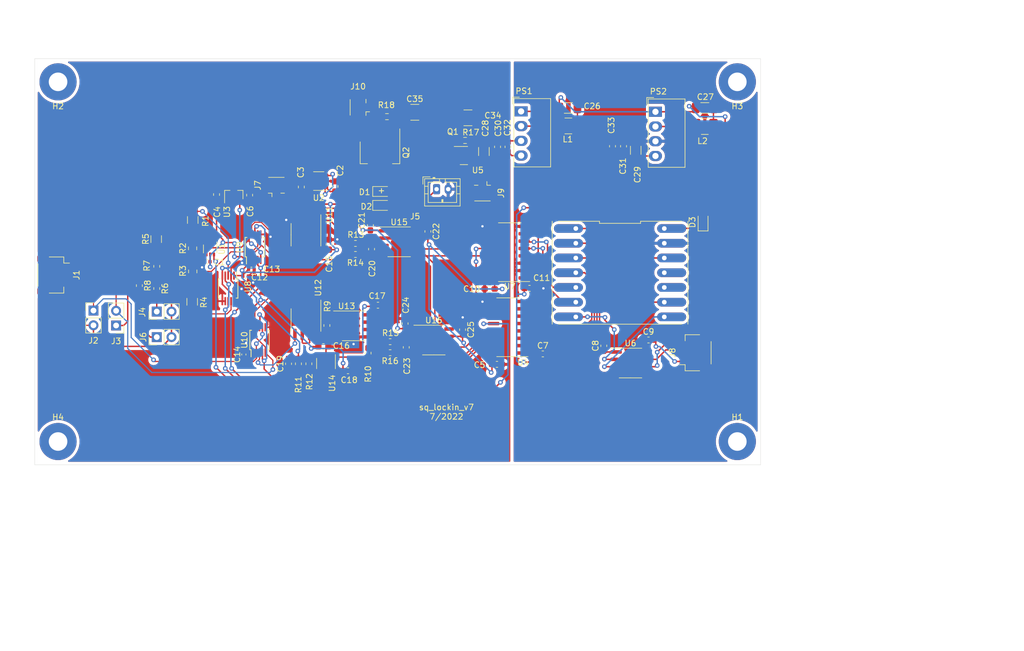
<source format=kicad_pcb>
(kicad_pcb (version 20211014) (generator pcbnew)
  (layers (0 "F.Cu" signal) (31 "B.Cu" signal) (34 "B.Paste" user) (35 "F.Paste" user) (36 "B.SilkS" user "B.Silkscreen") (37 "F.SilkS" user "F.Silkscreen") (38 "B.Mask" user) (39 "F.Mask" user) (44 "Edge.Cuts" user))
  (net 0 "")
  (net 1 "GND")
  (net 2 "Net-(C2-Pad1)")
  (net 3 "/vref")
  (net 4 "/I-")
  (net 5 "/I+")
  (net 6 "+3V3")
  (net 7 "/Sheet62237673/V-")
  (net 8 "/Sheet62237673/V+")
  (net 9 "VD")
  (net 10 "/Sheet624B5D4E/ctrl+")
  (net 11 "/Sheet624B5D4E/in+")
  (net 12 "/sheet624D2E57/V+")
  (net 13 "/sheet624D2E58/ctrl+")
  (net 14 "/Sheet621A3D16/in+")
  (net 15 "/Sheet621A3D16/in-")
  (net 16 "/sheet6256EE2A/out+")
  (net 17 "/sheet6256EE2A/out-")
  (net 18 "/sheet6256EE2A/ctrl+")
  (net 19 "/V-")
  (net 20 "/V+")
  (net 21 "Net-(J6-Pad1)")
  (net 22 "/Sheet6275CBF8/in+")
  (net 23 "/Sheet6275CBF8/in-")
  (net 24 "Net-(R1-Pad1)")
  (net 25 "Net-(R2-Pad2)")
  (net 26 "Net-(R9-Pad1)")
  (net 27 "Net-(R10-Pad1)")
  (net 28 "Net-(R11-Pad2)")
  (net 29 "/Sheet62237673/Clk_in")
  (net 32 "GNDD")
  (net 35 "Net-(U4-Pad2)")
  (net 36 "Net-(U4-Pad3)")
  (net 37 "Net-(U4-Pad4)")
  (net 38 "Net-(U4-Pad5)")
  (net 39 "Net-(U5-Pad9)")
  (net 42 "Net-(L1-Pad1)")
  (net 44 "/MC3.3")
  (net 45 "/power/digital")
  (net 46 "+5VD")
  (net 47 "Net-(U1-Pad6)")
  (net 48 "Net-(J4-Pad1)")
  (net 49 "GNDPWR")
  (net 50 "Net-(J8-Pad3)")
  (net 51 "Net-(J8-Pad4)")
  (net 52 "Net-(R9-Pad2)")
  (net 53 "Net-(L2-Pad1)")
  (net 54 "/analog")
  (net 55 "/tx")
  (net 56 "/rx")
  (net 57 "/Dout_V")
  (net 60 "/Dout_I")
  (net 61 "/P7")
  (net 62 "/P6")
  (net 64 "Net-(U12-Pad1)")
  (net 65 "Net-(U12-Pad6)")
  (net 67 "/sheet624D2E57/V-")
  (net 68 "Net-(C34-Pad1)")
  (net 69 "Net-(J9-Pad1)")
  (net 70 "Net-(C20-Pad1)")
  (net 71 "Net-(C20-Pad2)")
  (net 72 "Net-(C23-Pad1)")
  (net 73 "Net-(C23-Pad2)")
  (net 74 "Net-(C28-Pad1)")
  (net 75 "Net-(C35-Pad1)")
  (net 76 "Net-(D2-Pad2)")
  (footprint "Resistor_SMD:R_1206_3216Metric_Pad1.42x1.75mm_HandSolder" (layer "F.Cu") (at 137.2 77.8125 90)
    (fp_text reference "R1")
    (fp_text value "1M_0.1%")
  )
  (footprint "Resistor_SMD:R_1206_3216Metric_Pad1.42x1.75mm_HandSolder" (layer "F.Cu") (at 130.9 81.1125 90)
    (fp_text reference "R5")
    (fp_text value "1M_0.1%")
  )
  (footprint "Resistor_SMD:R_1206_3216Metric_Pad1.42x1.75mm_HandSolder" (layer "F.Cu") (at 137.1 91.9125 90)
    (fp_text reference "R4")
    (fp_text value "1M_0.1%")
  )
  (footprint "Resistor_SMD:R_0805_2012Metric_Pad1.15x1.40mm_HandSolder" (layer "F.Cu") (at 137.175 82.7 -90)
    (fp_text reference "R2")
    (fp_text value "75K_0.1%")
  )
  (footprint "Resistor_SMD:R_0603_1608Metric_Pad1.05x0.95mm_HandSolder" (layer "F.Cu") (at 131 89.625 -90)
    (fp_text reference "R6")
    (fp_text value "10K 0.1%")
  )
  (footprint "Connector_PinHeader_2.54mm:PinHeader_1x02_P2.54mm_Vertical" (layer "F.Cu") (at 131 93.6 90)
    (fp_text reference "J4")
    (fp_text value "Conn_01x02_Male_2.54mm")
  )
  (footprint "Capacitor_SMD:C_0603_1608Metric_Pad1.05x0.95mm_HandSolder" (layer "F.Cu") (at 161.7 72.025 90)
    (fp_text reference "C2")
    (fp_text value "1uF")
  )
  (footprint "Capacitor_SMD:C_0603_1608Metric_Pad1.05x0.95mm_HandSolder" (layer "F.Cu") (at 155.9 72.125 90)
    (fp_text reference "C3")
    (fp_text value "1uF")
  )
  (footprint "Package_TO_SOT_SMD:SOT-23-5" (layer "F.Cu") (at 158.9 71.1 180)
    (fp_text reference "U2")
    (fp_text value "LP5907MFX-3.3")
  )
  (footprint "Connector_JST:JST_PH_B2B-PH-K_1x02_P2.00mm_Vertical" (layer "F.Cu") (at 179.2 72.5)
    (fp_text reference "J5")
    (fp_text value "battery")
  )
  (footprint "Resistor_SMD:R_0603_1608Metric_Pad1.05x0.95mm_HandSolder" (layer "F.Cu") (at 131 85.8 90)
    (fp_text reference "R7")
    (fp_text value "100K_0.1%")
  )
  (footprint "Resistor_SMD:R_0805_2012Metric_Pad1.15x1.40mm_HandSolder" (layer "F.Cu") (at 137.2 86.675 -90)
    (fp_text reference "R3")
    (fp_text value "5K_0.1%")
  )
  (footprint "Connector_PinHeader_2.54mm:PinHeader_1x02_P2.54mm_Vertical" (layer "F.Cu") (at 131 98 90)
    (fp_text reference "J6")
    (fp_text value "Conn_01x02_Male_2.54mm")
  )
  (footprint "Capacitor_SMD:C_0603_1608Metric_Pad1.05x0.95mm_HandSolder" (layer "F.Cu") (at 141.3 73.425 90)
    (fp_text reference "C4")
    (fp_text value "1uF")
  )
  (footprint "Capacitor_SMD:C_0603_1608Metric_Pad1.05x0.95mm_HandSolder" (layer "F.Cu") (at 147 73.525 90)
    (fp_text reference "C6")
    (fp_text value "1uF")
  )
  (footprint "Resistor_SMD:R_0603_1608Metric_Pad1.05x0.95mm_HandSolder" (layer "F.Cu") (at 128 89.125 -90)
    (fp_text reference "R8")
    (fp_text value "1K 0.1%")
  )
  (footprint "Package_TO_SOT_SMD:SOT-23" (layer "F.Cu") (at 144.27 73.475 90)
    (fp_text reference "U3")
    (fp_text value "REF3325")
  )
  (footprint "Resistor_SMD:R_0603_1608Metric_Pad1.05x0.95mm_HandSolder" (layer "F.Cu") (at 165.225 83.76 180)
    (fp_text reference "R14")
    (fp_text value "100")
  )
  (footprint "Capacitor_SMD:C_0603_1608Metric_Pad1.08x0.95mm_HandSolder" (layer "F.Cu") (at 168 82.835 90)
    (fp_text reference "C20")
    (fp_text value "100nF")
  )
  (footprint "Capacitor_SMD:C_0603_1608Metric_Pad1.08x0.95mm_HandSolder" (layer "F.Cu") (at 167.8 78.735 90)
    (fp_text reference "C21")
    (fp_text value "100nF")
  )
  (footprint "Capacitor_SMD:C_0603_1608Metric_Pad1.08x0.95mm_HandSolder" (layer "F.Cu") (at 177.7 79.785 -90)
    (fp_text reference "C22")
    (fp_text value "100nF")
  )
  (footprint "Resistor_SMD:R_0603_1608Metric_Pad1.05x0.95mm_HandSolder" (layer "F.Cu") (at 165.225 81.86 180)
    (fp_text reference "R13")
    (fp_text value "100")
  )
  (footprint "Package_SO:SOP-8_3.9x4.9mm_P1.27mm" (layer "F.Cu") (at 172.75 81.58)
    (fp_text reference "U15")
    (fp_text value "HX710C")
  )
  (footprint "Capacitor_SMD:C_0603_1608Metric_Pad1.08x0.95mm_HandSolder" (layer "F.Cu") (at 173.775 95.665 90)
    (fp_text reference "C24")
    (fp_text value "100nF")
  )
  (footprint "Capacitor_SMD:C_0603_1608Metric_Pad1.08x0.95mm_HandSolder" (layer "F.Cu") (at 173.975 99.765 90)
    (fp_text reference "C23")
    (fp_text value "100nF")
  )
  (footprint "Resistor_SMD:R_0603_1608Metric_Pad1.05x0.95mm_HandSolder" (layer "F.Cu") (at 171.2 100.69 180)
    (fp_text reference "R16")
    (fp_text value "100")
  )
  (footprint "Resistor_SMD:R_0603_1608Metric_Pad1.05x0.95mm_HandSolder" (layer "F.Cu") (at 171.2 98.79 180)
    (fp_text reference "R15")
    (fp_text value "100")
  )
  (footprint "Capacitor_SMD:C_0603_1608Metric_Pad1.08x0.95mm_HandSolder" (layer "F.Cu") (at 183.675 96.715 -90)
    (fp_text reference "C25")
    (fp_text value "100nF")
  )
  (footprint "Package_SO:SOP-8_3.9x4.9mm_P1.27mm" (layer "F.Cu") (at 178.725 98.51)
    (fp_text reference "U16")
    (fp_text value "HX710C")
  )
  (footprint "Connector_PinHeader_2.54mm:PinHeader_1x02_P2.54mm_Vertical" (layer "F.Cu") (at 120.1 93.425)
    (fp_text reference "J2")
    (fp_text value "Conn_01x02_Male_2.54mm")
  )
  (footprint "Connector_PinHeader_2.54mm:PinHeader_1x02_P2.54mm_Vertical" (layer "F.Cu") (at 124 96 180)
    (fp_text reference "J3")
    (fp_text value "Conn_01x02_Male_2.54mm")
  )
  (footprint "Capacitor_SMD:C_0603_1608Metric_Pad1.08x0.95mm_HandSolder" (layer "F.Cu") (at 159.7 99.66)
    (fp_text reference "C16")
    (fp_text value "100nF")
  )
  (footprint "Capacitor_SMD:C_0603_1608Metric_Pad1.08x0.95mm_HandSolder" (layer "F.Cu") (at 169.1 92.5 180)
    (fp_text reference "C17")
    (fp_text value "100nF")
  )
  (footprint "Resistor_SMD:R_0603_1608Metric_Pad1.05x0.95mm_HandSolder" (layer "F.Cu") (at 160.3 96 -90)
    (fp_text reference "R9")
    (fp_text value "5.49K")
  )
  (footprint "Resistor_SMD:R_0603_1608Metric_Pad1.05x0.95mm_HandSolder" (layer "F.Cu") (at 167.4 100.76 90)
    (fp_text reference "R10")
    (fp_text value "10")
  )
  (footprint "Resistor_SMD:R_0603_1608Metric_Pad1.05x0.95mm_HandSolder" (layer "F.Cu") (at 155.4 102.6 -90)
    (fp_text reference "R11")
    (fp_text value "10K")
  )
  (footprint "Resistor_SMD:R_0603_1608Metric_Pad1.05x0.95mm_HandSolder" (layer "F.Cu") (at 157.2 102.6 -90)
    (fp_text reference "R12")
    (fp_text value "10K")
  )
  (footprint "Package_SO:SOIC-8_3.9x4.9mm_P1.27mm" (layer "F.Cu") (at 164.9 96.06)
    (fp_text reference "U13")
    (fp_text value "INA826")
  )
  (footprint "Capacitor_SMD:C_0603_1608Metric_Pad1.08x0.95mm_HandSolder" (layer "F.Cu") (at 163.9375 103.8)
    (fp_text reference "C18")
    (fp_text value "100nF")
  )
  (footprint "Diode_SMD:D_SOD-323" (layer "F.Cu") (at 169.7 75.3)
    (fp_text reference "D2")
    (fp_text value "LBAT54HT1G")
  )
  (footprint "Diode_SMD:D_SOD-323" (layer "F.Cu") (at 169.7 72.9)
    (fp_text reference "D1")
    (fp_text value "LBAT54HT1G")
  )
  (footprint "Package_SO:SOIC-8_3.9x4.9mm_P1.27mm" (layer "F.Cu") (at 156.7 80.36 -90)
    (fp_text reference "U11")
    (fp_text value "OPA2376xxDGK")
  )
  (footprint "Capacitor_SMD:C_0603_1608Metric_Pad1.08x0.95mm_HandSolder" (layer "F.Cu") (at 160.7 82.06 90)
    (fp_text reference "C15")
    (fp_text value "100nF")
  )
  (footprint "Package_SO:SOIC-8_3.9x4.9mm_P1.27mm" (layer "F.Cu") (at 156.7 95.06 -90)
    (fp_text reference "U12")
    (fp_text value "OPA2376xxDGK")
  )
  (footprint "Package_TO_SOT_SMD:SOT-23-5" (layer "F.Cu") (at 160.15 102.55 -90)
    (fp_text reference "U14")
    (fp_text value "OPA333xxDBV")
  )
  (footprint "Inductor_SMD:L_1210_3225Metric_Pad1.42x2.65mm_HandSolder" (layer "F.Cu") (at 201.9 61.6)
    (fp_text reference "L1")
    (fp_text value "6.8uH")
  )
  (footprint "Capacitor_SMD:C_1206_3216Metric_Pad1.33x1.80mm_HandSolder" (layer "F.Cu") (at 213.5 65.8 90)
    (fp_text reference "C29")
    (fp_text value "10uF_1206_50V")
  )
  (footprint "Connector_Coaxial:U.FL_Hirose_U.FL-R-SMT-1_Vertical" (layer "F.Cu") (at 151.6 72.3 90)
    (fp_text reference "J7")
    (fp_text value "Conn_Coaxial")
  )
  (footprint "Resistor_SMD:R_0603_1608Metric_Pad0.98x0.95mm_HandSolder" (layer "F.Cu") (at 170.65 60)
    (fp_text reference "R18")
    (fp_text value "1K")
  )
  (footprint "Converter_DCDC:Converter_DCDC_Murata_MEE1SxxxxSC_THT" (layer "F.Cu") (at 216.9 59.16)
    (fp_text reference "PS2")
    (fp_text value "B0305S-1WR2-0my_power")
  )
  (footprint "MountingHole:MountingHole_3.2mm_M3_Pad" (layer "F.Cu") (at 114 54 180)
    (fp_text reference "H2")
    (fp_text value "MountingHole")
  )
  (footprint "Connector_JST:JST_SH_SM04B-SRSS-TB_1x04-1MP_P1.00mm_Horizontal" (layer "F.Cu") (at 223.8 100.7 90)
    (fp_text reference "J8")
    (fp_text value "JST_SH_Conn_01x04_i2c_horizontal")
  )
  (footprint "0project:DIP-XIAO-QTPY" (layer "F.Cu") (at 210.8 86.9 -90)
    (fp_text reference "U5")
    (fp_text value "seeed_rp2040")
  )
  (footprint "Capacitor_SMD:C_0402_1005Metric" (layer "F.Cu") (at 146 101 90)
    (fp_text reference "C14")
    (fp_text value "100nF_0402")
  )
  (footprint "Capacitor_SMD:C_0603_1608Metric_Pad1.08x0.95mm_HandSolder" (layer "F.Cu") (at 188.3375 89.7 180)
    (fp_text reference "C10")
    (fp_text value "100nF")
  )
  (footprint "Capacitor_SMD:C_0402_1005Metric" (layer "F.Cu") (at 139.7 85 180)
    (fp_text reference "C1")
    (fp_text value "100nF_0402")
  )
  (footprint "Connector_JST:JST_SH_SM04B-SRSS-TB_1x04-1MP_P1.00mm_Horizontal" (layer "F.Cu") (at 113.2 87.3 -90)
    (fp_text reference "J1")
    (fp_text value "Conn_01x04")
  )
  (footprint "Capacitor_SMD:C_0603_1608Metric_Pad1.08x0.95mm_HandSolder" (layer "F.Cu") (at 195.2 89.6)
    (fp_text reference "C11")
    (fp_text value "100nF")
  )
  (footprint "Connector_Coaxial:U.FL_Hirose_U.FL-R-SMT-1_Vertical" (layer "F.Cu") (at 187.1 72.7 -90)
    (fp_text reference "J9")
    (fp_text value "Conn_Coaxial")
  )
  (footprint "Package_SO:MSOP-10_3x3mm_P0.5mm" (layer "F.Cu") (at 143.3 89.6 -90)
    (fp_text reference "U8")
    (fp_text value "RS2105XN")
  )
  (footprint "Package_TO_SOT_SMD:SOT-363_SC-70-6" (layer "F.Cu") (at 140.2 82.8 -90)
    (fp_text reference "U1")
    (fp_text value "NC7SB3157P6X")
  )
  (footprint "Package_SO:SOIC-8_3.9x4.9mm_P1.27mm" (layer "F.Cu") (at 212.6 102.47)
    (fp_text reference "U6")
    (fp_text value "PI121")
  )
  (footprint "Capacitor_SMD:C_1210_3225Metric_Pad1.33x2.70mm_HandSolder" (layer "F.Cu") (at 175.45 59.25)
    (fp_text reference "C35")
    (fp_text value "47uF")
  )
  (footprint "Converter_DCDC:Converter_DCDC_Murata_MEE1SxxxxSC_THT" (layer "F.Cu") (at 193.7575 59.0925)
    (fp_text reference "PS1")
    (fp_text value "B0305S-1WR2-0my_power")
  )
  (footprint "Capacitor_SMD:C_0603_1608Metric_Pad1.08x0.95mm_HandSolder" (layer "F.Cu") (at 189.6 102.7)
    (fp_text reference "C5")
    (fp_text value "100nF")
  )
  (footprint "Package_TO_SOT_SMD:SOT-23" (layer "F.Cu") (at 183.9025 66.7075)
    (fp_text reference "Q1")
    (fp_text value "BC847C")
  )
  (footprint "Capacitor_SMD:C_0402_1005Metric" (layer "F.Cu") (at 146.3 87.5)
    (fp_text reference "C12")
    (fp_text value "100nF_0402")
  )
  (footprint "Package_SO:SOIC-16_3.9x9.9mm_P1.27mm" (layer "F.Cu") (at 191.5 96.3 180)
    (fp_text reference "U4")
    (fp_text value "pi162U")
  )
  (footprint "Capacitor_SMD:C_0603_1608Metric_Pad1.08x0.95mm_HandSolder" (layer "F.Cu") (at 197.5 100.9)
    (fp_text reference "C7")
    (fp_text value "100nF")
  )
  (footprint "MountingHole:MountingHole_3.2mm_M3_Pad" (layer "F.Cu") (at 114 116)
    (fp_text reference "H4")
    (fp_text value "MountingHole")
  )
  (footprint "Capacitor_SMD:C_0402_1005Metric" (layer "F.Cu") (at 147.3 86.3)
    (fp_text reference "C13")
    (fp_text value "100nF_0402")
  )
  (footprint "Capacitor_SMD:C_0603_1608Metric_Pad1.08x0.95mm_HandSolder" (layer "F.Cu") (at 209.5 65.1 -90)
    (fp_text reference "C33")
    (fp_text value "10nF")
  )
  (footprint "Capacitor_SMD:C_1206_3216Metric_Pad1.33x1.80mm_HandSolder" (layer "F.Cu") (at 201.9 58.5 180)
    (fp_text reference "C26")
    (fp_text value "4.7uF_1206_50V")
  )
  (footprint "Resistor_SMD:R_0603_1608Metric_Pad0.98x0.95mm_HandSolder" (layer "F.Cu") (at 184.1025 64.1075 180)
    (fp_text reference "R17")
    (fp_text value "1K")
  )
  (footprint "Capacitor_SMD:C_1210_3225Metric_Pad1.33x2.70mm_HandSolder" (layer "F.Cu") (at 184.6 60.2)
    (fp_text reference "C34")
    (fp_text value "47uF")
  )
  (footprint "Package_TO_SOT_SMD:SOT-223-3_TabPin2" (layer "F.Cu") (at 169.45 66.2 -90)
    (fp_text reference "Q2")
    (fp_text value "FZT851TA")
  )
  (footprint "Capacitor_SMD:C_0603_1608Metric_Pad1.08x0.95mm_HandSolder" (layer "F.Cu") (at 189.7025 65.2075 -90)
    (fp_text reference "C30")
    (fp_text value "100nF")
  )
  (footprint "Package_SO:MSOP-10_3x3mm_P0.5mm" (layer "F.Cu") (at 147.9 82.5 90)
    (fp_text reference "U9")
    (fp_text value "RS2105XN")
  )
  (footprint "Capacitor_SMD:C_0603_1608Metric_Pad1.08x0.95mm_HandSolder" (layer "F.Cu") (at 208 99.5 90)
    (fp_text reference "C8")
    (fp_text value "100nF")
  )
  (footprint "MountingHole:MountingHole_3.2mm_M3_Pad" (layer "F.Cu") (at 231 116)
    (fp_text reference "H1")
    (fp_text value "MountingHole")
  )
  (footprint "Capacitor_SMD:C_0603_1608Metric_Pad1.08x0.95mm_HandSolder" (layer "F.Cu") (at 153.7 102.6 90)
    (fp_text reference "C19")
    (fp_text value "100nF")
  )
  (footprint "Capacitor_SMD:C_0603_1608Metric_Pad1.08x0.95mm_HandSolder" (layer "F.Cu") (at 191.5025 65.2075 -90)
    (fp_text reference "C32")
    (fp_text value "10nF")
  )
  (footprint "Capacitor_SMD:C_1206_3216Metric_Pad1.33x1.80mm_HandSolder" (layer "F.Cu") (at 225.4 58.5 180)
    (fp_text reference "C27")
    (fp_text value "4.7uF_1206_50V")
  )
  (footprint "Diode_SMD:D_SOD-323" (layer "F.Cu") (at 225.1 78.2 90)
    (fp_text reference "D3")
    (fp_text value "LBAT54HT1G")
  )
  (footprint "Connector_Coaxial:U.FL_Hirose_U.FL-R-SMT-1_Vertical" (layer "F.Cu") (at 166.15 58.4 180)
    (fp_text reference "J10")
    (fp_text value "Conn_Coaxial")
  )
  (footprint "Package_SO:MSOP-10_3x3mm_P0.5mm" (layer "F.Cu") (at 148.7 98.5 90)
    (fp_text reference "U10")
    (fp_text value "RS2105XN")
  )
  (footprint "Inductor_SMD:L_1210_3225Metric_Pad1.42x2.65mm_HandSolder" (layer "F.Cu") (at 225.4 61.7)
    (fp_text reference "L2")
    (fp_text value "6.8uH")
  )
  (footprint "Capacitor_SMD:C_1206_3216Metric_Pad1.33x1.80mm_HandSolder" (layer "F.Cu") (at 187.3525 66.0075 90)
    (fp_text reference "C28")
    (fp_text value "10uF_1206_50V")
  )
  (footprint "Package_SO:SOIC-16_3.9x9.9mm_P1.27mm" (layer "F.Cu") (at 191.8 83.36 180)
    (fp_text reference "U7")
    (fp_text value "pi142M31")
  )
  (footprint "Capacitor_SMD:C_0603_1608Metric_Pad1.08x0.95mm_HandSolder" (layer "F.Cu") (at 211.4 65.1 -90)
    (fp_text reference "C31")
    (fp_text value "100nF")
  )
  (footprint "Capacitor_SMD:C_0603_1608Metric_Pad1.08x0.95mm_HandSolder" (layer "F.Cu") (at 215.7 98.5)
    (fp_text reference "C9")
    (fp_text value "100nF")
  )
  (footprint "MountingHole:MountingHole_3.2mm_M3_Pad" (layer "F.Cu") (at 231 54 180)
    (fp_text reference "H3")
    (fp_text value "MountingHole")
  )
  (gr_line (start 110 120) (end 110 50) (layer "Edge.Cuts") (width 0.05))
  (gr_line (start 235 50) (end 235 120) (layer "Edge.Cuts") (width 0.05))
  (gr_line (start 235 120) (end 110 120) (layer "Edge.Cuts") (width 0.05))
  (gr_line (start 110 50) (end 235 50) (layer "Edge.Cuts") (width 0.05))
  (gr_text "sq_lockin_v7\n7/2022" (at 180.9 110.9) (layer "F.SilkS") (effects (font (size 1 1))))
  (gr_text "+" (at 169.7 72.7) (layer "F.SilkS") (effects (font (size 1 1))))
  (segment (start 161.7 71.15) (end 156 71.15) (width 0.25) (layer "F.Cu") (net 1))
  (segment (start 158.075 102.6) (end 159.4 102.6) (width 0.25) (layer "F.Cu") (net 1))
  (segment (start 146 100.52) (end 146 99.4) (width 0.25) (layer "F.Cu") (net 1))
  (segment (start 157 104.5) (end 157.2 104.3) (width 0.25) (layer "F.Cu") (net 1))
  (segment (start 140.2 81.85) (end 140.2 80.9) (width 0.25) (layer "F.Cu") (net 1))
  (segment (start 190.8 101.6) (end 190.8 92.8) (width 0.25) (layer "F.Cu") (net 1))
  (segment (start 166.135 97.965) (end 164.9 99.2) (width 0.25) (layer "F.Cu") (net 1))
  (segment (start 189.325 78.915) (end 187.115 78.915) (width 0.25) (layer "F.Cu") (net 1))
  (segment (start 153.8 104.5) (end 157 104.5) (width 0.25) (layer "F.Cu") (net 1))
  (segment (start 150.2 80.3) (end 150.6 80.7) (width 0.25) (layer "F.Cu") (net 1))
  (segment (start 157.2 104.3) (end 157.2 103.475) (width 0.25) (layer "F.Cu") (net 1))
  (segment (start 149.7 96.3) (end 150.1 95.9) (width 0.25) (layer "F.Cu") (net 1))
  (segment (start 146 99.58998) (end 146.08998 99.5) (width 0.25) (layer "F.Cu") (net 1))
  (segment (start 147.78 86.5) (end 147.78 86.3) (width 0.25) (layer "F.Cu") (net 1))
  (segment (start 153.7 103.4625) (end 153.7 104.4) (width 0.25) (layer "F.Cu") (net 1))
  (segment (start 193.7575 64.1725) (end 191.675 64.1725) (width 0.25) (layer "F.Cu") (net 1))
  (segment (start 139.2 85) (end 138.8 85.4) (width 0.25) (layer "F.Cu") (net 1))
  (segment (start 145.6 89.7) (end 146.5 89.7) (width 0.25) (layer "F.Cu") (net 1))
  (segment (start 145.224614 89.7) (end 145.6 89.7) (width 0.25) (layer "F.Cu") (net 1))
  (segment (start 143.8 87.4) (end 143.8 86) (width 0.25) (layer "F.Cu") (net 1))
  (segment (start 160.15 101.45) (end 160.15 100.0725) (width 0.25) (layer "F.Cu") (net 1))
  (segment (start 141.3 72.55) (end 144.195 72.55) (width 0.25) (layer "F.Cu") (net 1))
  (segment (start 164.44 99.66) (end 164.9 99.2) (width 0.25) (layer "F.Cu") (net 1))
  (segment (start 190.8 92.8) (end 189.855 91.855) (width 0.25) (layer "F.Cu") (net 1))
  (segment (start 154.795 93.56) (end 154.795 92.585) (width 0.25) (layer "F.Cu") (net 1))
  (segment (start 160.575 99.66) (end 164.44 99.66) (width 0.25) (layer "F.Cu") (net 1))
  (segment (start 167.375 97.965) (end 166.135 97.965) (width 0.25) (layer "F.Cu") (net 1))
  (segment (start 153.3 77.8) (end 154.71 77.8) (width 0.25) (layer "F.Cu") (net 1))
  (segment (start 146 99.4) (end 146.4 99) (width 0.25) (layer "F.Cu") (net 1))
  (segment (start 146 100.52) (end 146 99.58998) (width 0.25) (layer "F.Cu") (net 1))
  (segment (start 160.15 100.0725) (end 160.5625 99.66) (width 0.25) (layer "F.Cu") (net 1))
  (segment (start 183.675 94.625) (end 183.7 94.6) (width 0.25) (layer "F.Cu") (net 1))
  (segment (start 159.4 102.6) (end 160.15 101.85) (width 0.25) (layer "F.Cu") (net 1))
  (segment (start 146.78 87.5) (end 147.78 86.5) (width 0.25) (layer "F.Cu") (net 1))
  (segment (start 190.4625 101.9375) (end 190.8 101.6) (width 0.25) (layer "F.Cu") (net 1))
  (segment (start 157.2 103.475) (end 158.075 102.6) (width 0.25) (layer "F.Cu") (net 1))
  (segment (start 142.8 91.8) (end 142.3 91.8) (width 0.25) (layer "F.Cu") (net 1))
  (segment (start 187.115 78.915) (end 187.1 78.9) (width 0.25) (layer "F.Cu") (net 1))
  (segment (start 190.4625 102.7) (end 190.4625 101.9375) (width 0.25) (layer "F.Cu") (net 1))
  (segment (start 160.7 81.185) (end 162.075 81.185) (width 0.25) (layer "F.Cu") (net 1))
  (segment (start 144.6 85.2) (end 143.8 86) (width 0.25) (layer "F.Cu") (net 1))
  (segment (start 153.7 104.4) (end 153.8 104.5) (width 0.25) (layer "F.Cu") (net 1))
  (segment (start 183.675 95.84) (end 183.675 94.625) (width 0.25) (layer "F.Cu") (net 1))
  (segment (start 143.8 87.4) (end 143.8 88.275386) (width 0.25) (layer "F.Cu") (net 1))
  (segment (start 150.1 95.9) (end 150.1 94.7) (width 0.25) (layer "F.Cu") (net 1))
  (segment (start 148.9 80.3) (end 150.2 80.3) (width 0.25) (layer "F.Cu") (net 1))
  (segment (start 146.5 89.7) (end 147.6 88.6) (width 0.25) (layer "F.Cu") (net 1))
  (segment (start 189.025 91.855) (end 187.145 91.855) (width 0.25) (layer "F.Cu") (net 1))
  (segment (start 143.8 88.275386) (end 145.224614 89.7) (width 0.25) (layer "F.Cu") (net 1))
  (segment (start 145.7 85.2) (end 144.6 85.2) (width 0.25) (layer "F.Cu") (net 1))
  (segment (start 187.145 91.855) (end 187.1 91.9) (width 0.25) (layer "F.Cu") (net 1))
  (segment (start 138.8 85.4) (end 138.8 85.9755) (width 0.25) (layer "F.Cu") (net 1))
  (segment (start 144.27 72.475) (end 146.825 72.475) (width 0.25) (layer "F.Cu") (net 1))
  (segment (start 162.075 81.185) (end 162.1 81.16) (width 0.25) (layer "F.Cu") (net 1))
  (via (at 187.1 78.9) (size 0.8) (drill 0.4) (layers "F.Cu" "B.Cu") (net 1))
  (via (at 164.9 99.2) (size 0.8) (drill 0.4) (layers "F.Cu" "B.Cu") (net 1))
  (via (at 150.6 80.7) (size 0.8) (drill 0.4) (layers "F.Cu" "B.Cu") (net 1))
  (via (at 146.4 99) (size 0.8) (drill 0.4) (layers "F.Cu" "B.Cu") (net 1))
  (via (at 153.3 77.8) (size 0.8) (drill 0.4) (layers "F.Cu" "B.Cu") (net 1))
  (via (at 138.8 85.9755) (size 0.8) (drill 0.4) (layers "F.Cu" "B.Cu") (net 1))
  (via (at 187.1 91.9) (size 0.8) (drill 0.4) (layers "F.Cu" "B.Cu") (net 1))
  (via (at 145.6 89.7) (size 0.8) (drill 0.4) (layers "F.Cu" "B.Cu") (net 1))
  (via (at 147.6 88.6) (size 0.8) (drill 0.4) (layers "F.Cu" "B.Cu") (net 1))
  (via (at 162.1 81.16) (size 0.8) (drill 0.4) (layers "F.Cu" "B.Cu") (net 1))
  (via (at 145.7 85.2) (size 0.8) (drill 0.4) (layers "F.Cu" "B.Cu") (net 1))
  (via (at 183.7 94.6) (size 0.8) (drill 0.4) (layers "F.Cu" "B.Cu") (net 1))
  (segment (start 150.6 80.5) (end 153.3 77.8) (width 0.25) (layer "B.Cu") (net 1))
  (segment (start 150.6 80.7) (end 150.6 80.5) (width 0.25) (layer "B.Cu") (net 1))
  (segment (start 160 72.05) (end 160 73.4) (width 0.25) (layer "F.Cu") (net 2))
  (segment (start 161.7 72.9) (end 160.85 72.9) (width 0.25) (layer "F.Cu") (net 2))
  (segment (start 160.85 72.9) (end 160 72.05) (width 0.25) (layer "F.Cu") (net 2))
  (segment (start 160 70.15) (end 161.05 70.15) (width 0.25) (layer "F.Cu") (net 2))
  (segment (start 161.05 70.15) (end 161.3 69.9) (width 0.25) (layer "F.Cu") (net 2))
  (segment (start 161.7 72.9) (end 168.65 72.9) (width 0.25) (layer "F.Cu") (net 2))
  (segment (start 168.65 75.3) (end 168.65 72.9) (width 0.25) (layer "F.Cu") (net 2))
  (via (at 160 73.4) (size 0.8) (drill 0.4) (layers "F.Cu" "B.Cu") (net 2))
  (via (at 161.3 69.9) (size 0.8) (drill 0.4) (layers "F.Cu" "B.Cu") (net 2))
  (segment (start 161.3 72.1) (end 160 73.4) (width 0.25) (layer "B.Cu") (net 2))
  (segment (start 161.3 69.9) (end 161.3 72.1) (width 0.25) (layer "B.Cu") (net 2))
  (segment (start 167.8 79.61) (end 166.55 79.61) (width 0.25) (layer "F.Cu") (net 3))
  (segment (start 166.55 79.61) (end 166.5 79.56) (width 0.25) (layer "F.Cu") (net 3))
  (segment (start 167.8 79.61) (end 170.06 79.61) (width 0.25) (layer "F.Cu") (net 3))
  (segment (start 173.775 96.54) (end 172.525 96.54) (width 0.25) (layer "F.Cu") (net 3))
  (segment (start 173.775 96.54) (end 176.035 96.54) (width 0.25) (layer "F.Cu") (net 3))
  (segment (start 172.525 96.54) (end 172.475 96.49) (width 0.25) (layer "F.Cu") (net 3))
  (segment (start 155.4 101.725) (end 155.4 100.5) (width 0.25) (layer "F.Cu") (net 3))
  (segment (start 147 74.4) (end 145.295 74.4) (width 0.25) (layer "F.Cu") (net 3))
  (segment (start 148.4 75.8) (end 162.74 75.8) (width 0.25) (layer "F.Cu") (net 3))
  (segment (start 144.3 90.9) (end 142.3 88.9) (width 0.25) (layer "F.Cu") (net 3))
  (segment (start 145.3 76.1) (end 145.3 74.555) (width 0.25) (layer "F.Cu") (net 3))
  (segment (start 142.3 87.4) (end 142.3 86.1) (width 0.25) (layer "F.Cu") (net 3))
  (segment (start 142.3 88.9) (end 142.3 87.4) (width 0.25) (layer "F.Cu") (net 3))
  (segment (start 153.7 101.7375) (end 155.3875 101.7375) (width 0.25) (layer "F.Cu") (net 3))
  (segment (start 162.74 75.8) (end 166.5 79.56) (width 0.25) (layer "F.Cu") (net 3))
  (segment (start 147 74.4) (end 148.4 75.8) (width 0.25) (layer "F.Cu") (net 3))
  (segment (start 144.3 91.8) (end 144.3 90.9) (width 0.25) (layer "F.Cu") (net 3))
  (segment (start 155.4 100.5) (end 155.3 100.4) (width 0.25) (layer "F.Cu") (net 3))
  (via (at 166.5 79.56) (size 0.8) (drill 0.4) (layers "F.Cu" "B.Cu") (net 3))
  (via (at 172.475 96.49) (size 0.8) (drill 0.4) (layers "F.Cu" "B.Cu") (net 3))
  (via (at 145.3 76.1) (size 0.8) (drill 0.4) (layers "F.Cu" "B.Cu") (net 3))
  (via (at 142.3 86.1) (size 0.8) (drill 0.4) (layers "F.Cu" "B.Cu") (net 3))
  (via (at 155.3 100.4) (size 0.8) (drill 0.4) (layers "F.Cu" "B.Cu") (net 3))
  (segment (start 166.5 79.56) (end 169 79.56) (width 0.25) (layer "B.Cu") (net 3))
  (segment (start 142.3 86.1) (end 143.024614 86.1) (width 0.25) (layer "B.Cu") (net 3))
  (segment (start 148.180867 91.905481) (end 154.575386 98.3) (width 0.25) (layer "B.Cu") (net 3))
  (segment (start 155.024614 98.3) (end 155.6 98.875386) (width 0.25) (layer "B.Cu") (net 3))
  (segment (start 155.6 100.1) (end 155.3 100.4) (width 0.25) (layer "B.Cu") (net 3))
  (segment (start 155.6 98.875386) (end 155.6 100.1) (width 0.25) (layer "B.Cu") (net 3))
  (segment (start 145.3 84.249502) (end 145.3 76.1) (width 0.25) (layer "B.Cu") (net 3))
  (segment (start 169 79.56) (end 172.475 83.035) (width 0.25) (layer "B.Cu") (net 3))
  (segment (start 142.3 86.1) (end 143.449502 86.1) (width 0.25) (layer "B.Cu") (net 3))
  (segment (start 143.024614 86.1) (end 148.180867 91.256253) (width 0.25) (layer "B.Cu") (net 3))
  (segment (start 143.449502 86.1) (end 145.3 84.249502) (width 0.25) (layer "B.Cu") (net 3))
  (segment (start 172.475 83.035) (end 172.475 96.49) (width 0.25) (layer "B.Cu") (net 3))
  (segment (start 154.575386 98.3) (end 155.024614 98.3) (width 0.25) (layer "B.Cu") (net 3))
  (segment (start 148.180867 91.256253) (end 148.180867 91.905481) (width 0.25) (layer "B.Cu") (net 3))
  (segment (start 120.6 99.6) (end 120.1 99.1) (width 0.25) (layer "F.Cu") (net 4))
  (segment (start 120.1 99.1) (end 120.1 95.965) (width 0.25) (layer "F.Cu") (net 4))
  (segment (start 133.54 98) (end 131.94 99.6) (width 0.25) (layer "F.Cu") (net 4))
  (segment (start 115.2 88.8) (end 116.5 88.8) (width 0.2) (layer "F.Cu") (net 4))
  (segment (start 134.575 90.425) (end 137.1 90.425) (width 0.25) (layer "F.Cu") (net 4))
  (segment (start 133.54 93.6) (end 133.54 91.46) (width 0.25) (layer "F.Cu") (net 4))
  (segment (start 117.365 95.965) (end 120.1 95.965) (width 0.2) (layer "F.Cu") (net 4))
  (segment (start 116.5 88.8) (end 117 89.3) (width 0.2) (layer "F.Cu") (net 4))
  (segment (start 137.2 87.8) (end 137.2 90.325) (width 0.25) (layer "F.Cu") (net 4))
  (segment (start 133.54 98) (end 133.54 93.6) (width 0.25) (layer "F.Cu") (net 4))
  (segment (start 117 89.3) (end 117 95.6) (width 0.2) (layer "F.Cu") (net 4))
  (segment (start 131.94 99.6) (end 120.6 99.6) (width 0.25) (layer "F.Cu") (net 4))
  (segment (start 133.54 91.46) (end 134.575 90.425) (width 0.25) (layer "F.Cu") (net 4))
  (segment (start 117.365 95.965) (end 117 95.6) (width 0.2) (layer "F.Cu") (net 4))
  (segment (start 126 95.3) (end 125.3 96) (width 0.25) (layer "F.Cu") (net 5))
  (segment (start 117.5 85.8) (end 125.55 85.8) (width 0.25) (layer "F.Cu") (net 5))
  (segment (start 115.2 85.8) (end 117.5 85.8) (width 0.2) (layer "F.Cu") (net 5))
  (segment (start 140.414259 86.675) (end 143.789259 83.3) (width 0.2) (layer "F.Cu") (net 5))
  (segment (start 147.3 83.3) (end 147.4 83.4) (width 0.2) (layer "F.Cu") (net 5))
  (segment (start 125.3 96) (end 124 96) (width 0.25) (layer "F.Cu") (net 5))
  (segment (start 128 88.25) (end 126 90.25) (width 0.25) (layer "F.Cu") (net 5))
  (segment (start 147.4 83.3) (end 147.4 84.7) (width 0.2) (layer "F.Cu") (net 5))
  (segment (start 148.4 82.3) (end 147.4 83.3) (width 0.2) (layer "F.Cu") (net 5))
  (segment (start 128.5 88.75) (end 128 88.25) (width 0.25) (layer "F.Cu") (net 5))
  (segment (start 126 90.25) (end 126 95.3) (width 0.25) (layer "F.Cu") (net 5))
  (segment (start 131 88.75) (end 128.5 88.75) (width 0.25) (layer "F.Cu") (net 5))
  (segment (start 125.55 85.8) (end 128 88.25) (width 0.25) (layer "F.Cu") (net 5))
  (segment (start 143.789259 83.3) (end 147.3 83.3) (width 0.2) (layer "F.Cu") (net 5))
  (segment (start 147.4 83.4) (end 147.4 84.7) (width 0.2) (layer "F.Cu") (net 5))
  (segment (start 131 88.75) (end 131 86.7) (width 0.25) (layer "F.Cu") (net 5))
  (segment (start 148.4 80.3) (end 148.4 82.3) (width 0.2) (layer "F.Cu") (net 5))
  (segment (start 131 86.675) (end 140.414259 86.675) (width 0.2) (layer "F.Cu") (net 5))
  (segment (start 157.8 72.05) (end 156.85 72.05) (width 0.25) (layer "F.Cu") (net 6))
  (segment (start 156.85 72.05) (end 155.9 73) (width 0.25) (layer "F.Cu") (net 6))
  (segment (start 177.7 80.66) (end 177.7 81.86) (width 0.25) (layer "F.Cu") (net 6))
  (segment (start 177.7 81.86) (end 177.9 82.06) (width 0.25) (layer "F.Cu") (net 6))
  (segment (start 175.375 80.945) (end 177.415 80.945) (width 0.25) (layer "F.Cu") (net 6))
  (segment (start 181.35 97.875) (end 183.39 97.875) (width 0.25) (layer "F.Cu") (net 6))
  (segment (start 183.675 98.79) (end 183.875 98.99) (width 0.25) (layer "F.Cu") (net 6))
  (segment (start 183.675 97.59) (end 183.675 98.79) (width 0.25) (layer "F.Cu") (net 6))
  (segment (start 163.075 102.525) (end 163.1 102.5) (width 0.25) (layer "F.Cu") (net 6))
  (segment (start 179.20048 76.40048) (end 179.2 76.4) (width 0.25) (layer "F.Cu") (net 6))
  (segment (start 168.8 94.2) (end 167.42 94.2) (width 0.25) (layer "F.Cu") (net 6))
  (segment (start 158.825 99.66) (end 157.9 99.66) (width 0.25) (layer "F.Cu") (net 6))
  (segment (start 187.5 101.4625) (end 188.7375 102.7) (width 0.25) (layer "F.Cu") (net 6))
  (segment (start 161.975 82.935) (end 162 82.96) (width 0.25) (layer "F.Cu") (net 6))
  (segment (start 144.382604 84.1423) (end 145.666914 84.1423) (width 0.25) (layer "F.Cu") (net 6))
  (segment (start 178.94 80.66) (end 177.7 80.66) (width 0.25) (layer "F.Cu") (net 6))
  (segment (start 157.9 99.66) (end 157.6 99.96) (width 0.25) (layer "F.Cu") (net 6))
  (segment (start 189.2 89.7) (end 189.2 87.93) (width 0.25) (layer "F.Cu") (net 6))
  (segment (start 188.7375 102.7) (end 188.7375 103.9625) (width 0.25) (layer "F.Cu") (net 6))
  (segment (start 157.465 99.66) (end 158.8375 99.66) (width 0.25) (layer "F.Cu") (net 6))
  (segment (start 147.7 100.7) (end 147.7 101.5) (width 0.25) (layer "F.Cu") (net 6))
  (segment (start 141.3 80.1) (end 142.4 81.2) (width 0.25) (layer "F.Cu") (net 6))
  (segment (start 142.4 81.2) (end 142.4 81.7) (width 0.25) (layer "F.Cu") (net 6))
  (segment (start 146.424511 85.775489) (end 145.7 86.5) (width 0.25) (layer "F.Cu") (net 6))
  (segment (start 163.075 103.8) (end 163.075 102.525) (width 0.25) (layer "F.Cu") (net 6))
  (segment (start 158.605 97.535) (end 158.605 99.44) (width 0.25) (layer "F.Cu") (net 6))
  (segment (start 145.82 87.5) (end 145.82 86.62) (width 0.25) (layer "F.Cu") (net 6))
  (segment (start 167.251478 75.0755) (end 168.575978 76.4) (width 0.25) (layer "F.Cu") (net 6))
  (segment (start 157.9755 75.0755) (end 160.9 75.0755) (width 0.25) (layer "F.Cu") (net 6))
  (segment (start 158.605 82.835) (end 160.6 82.835) (width 0.25) (layer "F.Cu") (net 6))
  (segment (start 145.666914 84.1423) (end 146.424511 84.899897) (width 0.25) (layer "F.Cu") (net 6))
  (segment (start 145.36548 100.85241) (end 145.36548 95.145276) (width 0.25) (layer "F.Cu") (net 6))
  (segment (start 146.39548 101.77548) (end 146.1 101.48) (width 0.25) (layer "F.Cu") (net 6))
  (segment (start 146.82 86.3) (end 145.82 87.3) (width 0.25) (layer "F.Cu") (net 6))
  (segment (start 145.82 87.3) (end 145.82 87.5) (width 0.25) (layer "F.Cu") (net 6))
  (segment (start 155.9 73) (end 157.9755 75.0755) (width 0.25) (layer "F.Cu") (net 6))
  (segment (start 189.025 100.745) (end 187.555 100.745) (width 0.25) (layer "F.Cu") (net 6))
  (segment (start 140.18 85) (end 140.18 85.88) (width 0.25) (layer "F.Cu") (net 6))
  (segment (start 146.424511 84.899897) (end 146.424511 85.775489) (width 0.25) (layer "F.Cu") (net 6))
  (segment (start 144.3 87.4) (end 145.72 87.4) (width 0.25) (layer "F.Cu") (net 6))
  (segment (start 168.575978 76.4) (end 179.2 76.4) (width 0.25) (layer "F.Cu") (net 6))
  (segment (start 146.9 84.7) (end 146.9 86.22) (width 0.25) (layer "F.Cu") (net 6))
  (segment (start 179.4 80.2) (end 178.94 80.66) (width 0.25) (layer "F.Cu") (net 6))
  (segment (start 154.2 74.7) (end 155.9 73) (width 0.25) (layer "F.Cu") (net 6))
  (segment (start 147.7 101.5) (end 147.42452 101.77548) (width 0.25) (layer "F.Cu") (net 6))
  (segment (start 168.2375 92.5) (end 168.2375 93.6375) (width 0.25) (layer "F.Cu") (net 6))
  (segment (start 145.36548 95.145276) (end 148.905378 91.605378) (width 0.25) (layer "F.Cu") (net 6))
  (segment (start 179.2 76.4) (end 179.4 76.4) (width 0.25) (layer "F.Cu") (net 6))
  (segment (start 145.82 86.62) (end 145.7 86.5) (width 0.25) (layer "F.Cu") (net 6))
  (segment (start 187.555 100.745) (end 187.5 100.8) (width 0.25) (layer "F.Cu") (net 6))
  (segment (start 168.2375 93.6375) (end 168.8 94.2) (width 0.25) (layer "F.Cu") (net 6))
  (segment (start 188.7375 103.9625) (end 188.6 104.1) (width 0.25) (layer "F.Cu") (net 6))
  (segment (start 140.18 85) (end 140.18 83.77) (width 0.25) (layer "F.Cu") (net 6))
  (segment (start 145.99307 101.48) (end 145.36548 100.85241) (width 0.25) (layer "F.Cu") (net 6))
  (segment (start 140.18 85.88) (end 140.2 85.9) (width 0.25) (layer "F.Cu") (net 6))
  (segment (start 147.42452 101.77548) (end 146.39548 101.77548) (width 0.25) (layer "F.Cu") (net 6))
  (segment (start 187.5 100.8) (end 187.5 101.4625) (width 0.25) (layer "F.Cu") (net 6))
  (segment (start 179.4 76.4) (end 179.4 80.2) (width 0.25) (layer "F.Cu") (net 6))
  (segment (start 141.3 74.3) (end 141.3 80.1) (width 0.25) (layer "F.Cu") (net 6))
  (segment (start 152.95 74.7) (end 154.2 74.7) (width 0.25) (layer "F.Cu") (net 6))
  (segment (start 160.9 75.0755) (end 167.251478 75.0755) (width 0.25) (layer "F.Cu") (net 6))
  (segment (start 142.4 81.7) (end 144.2245 81.7) (width 0.25) (layer "F.Cu") (net 6))
  (segment (start 141.3 74.3) (end 143.145 74.3) (width 0.25) (layer "F.Cu") (net 6))
  (segment (start 160.7 82.935) (end 161.975 82.935) (width 0.25) (layer "F.Cu") (net 6))
  (segment (start 151.6 73.35) (end 152.95 74.7) (width 0.25) (layer "F.Cu") (net 6))
  (segment (start 144.2245 81.7) (end 144.4 81.8755) (width 0.25) (layer "F.Cu") (net 6))
  (segment (start 161.1 103.65) (end 163.1125 103.65) (width 0.25) (layer "F.Cu") (net 6))
  (segment (start 166.8 92.7) (end 168.0375 92.7) (width 0.25) (layer "F.Cu") (net 6))
  (segment (start 189.2 89.7) (end 190.5 89.7) (width 0.25) (layer "F.Cu") (net 6))
  (via (at 177.9 82.06) (size 0.8) (drill 0.4) (layers "F.Cu" "B.Cu") (net 6))
  (via (at 183.875 98.99) (size 0.8) (drill 0.4) (layers "F.Cu" "B.Cu") (net 6))
  (via (at 140.2 85.9) (size 0.8) (drill 0.4) (layers "F.Cu" "B.Cu") (net 6))
  (via (at 157.6 99.96) (size 0.8) (drill 0.4) (layers "F.Cu" "B.Cu") (net 6))
  (via (at 188.6 104.1) (size 0.8) (drill 0.4) (layers "F.Cu" "B.Cu") (net 6))
  (via (at 162 82.96) (size 0.8) (drill 0.4) (layers "F.Cu" "B.Cu") (net 6))
  (via (at 145.7 86.5) (size 0.8) (drill 0.4) (layers "F.Cu" "B.Cu") (net 6))
  (via (at 163.1 102.5) (size 0.8) (drill 0.4) (layers "F.Cu" "B.Cu") (net 6))
  (via (at 190.5 89.7) (size 0.8) (drill 0.4) (layers "F.Cu" "B.Cu") (net 6))
  (via (at 148.905378 91.605378) (size 0.8) (drill 0.4) (layers "F.Cu" "B.Cu") (net 6))
  (via (at 144.4 81.8755) (size 0.8) (drill 0.4) (layers "F.Cu" "B.Cu") (net 6))
  (via (at 144.382604 84.1423) (size 0.8) (drill 0.4) (layers "F.Cu" "B.Cu") (net 6))
  (via (at 166.8 92.7) (size 0.8) (drill 0.4) (layers "F.Cu" "B.Cu") (net 6))
  (via (at 160.9 75.0755) (size 0.8) (drill 0.4) (layers "F.Cu" "B.Cu") (net 6))
  (via (at 142.4 81.7) (size 0.8) (drill 0.4) (layers "F.Cu" "B.Cu") (net 6))
  (segment (start 144.4 84.124904) (end 144.382604 84.1423) (width 0.25) (layer "B.Cu") (net 6))
  (segment (start 162.5 99.96) (end 163.1 100.56) (width 0.25) (layer "B.Cu") (net 6))
  (segment (start 144.4 81.8755) (end 144.4 84.124904) (width 0.25) (layer "B.Cu") (net 6))
  (segment (start 158.175489 86.824511) (end 146.024511 86.824511) (width 0.25) (layer "B.Cu") (net 6))
  (segment (start 146.024511 86.824511) (end 145.7 86.5) (width 0.25) (layer "B.Cu") (net 6))
  (segment (start 177.9 93.2) (end 183.69 98.99) (width 0.25) (layer "B.Cu") (net 6))
  (segment (start 145.7 87.8) (end 148.905378 91.005378) (width 0.25) (layer "B.Cu") (net 6))
  (segment (start 160.9 81.86) (end 162 82.96) (width 0.25) (layer "B.Cu") (net 6))
  (segment (start 149.580764 91.605378) (end 148.905378 91.605378) (width 0.25) (layer "B.Cu") (net 6))
  (segment (start 163.1 100.56) (end 163.1 102.5) (width 0.25) (layer "B.Cu") (net 6))
  (segment (start 157.6 99.96) (end 157.6 99.624614) (width 0.25) (layer "B.Cu") (net 6))
  (segment (start 157.6 99.624614) (end 149.580764 91.605378) (width 0.25) (layer "B.Cu") (net 6))
  (segment (start 185.54 89.7) (end 177.9 82.06) (width 0.25) (layer "B.Cu") (net 6))
  (segment (start 188.6 104.1) (end 183.875 99.375) (width 0.25) (layer "B.Cu") (net 6))
  (segment (start 162 83) (end 158.175489 86.824511) (width 0.25) (layer "B.Cu") (net 6))
  (segment (start 166.5 100.56) (end 166.5 93) (width 0.25) (layer "B.Cu") (net 6))
  (segment (start 162 82.96) (end 162 83) (width 0.25) (layer "B.Cu") (net 6))
  (segment (start 190.5 89.7) (end 185.54 89.7) (width 0.25) (layer "B.Cu") (net 6))
  (segment (start 166.5 100.56) (end 163.1 100.56) (width 0.25) (layer "B.Cu") (net 6))
  (segment (start 142.4 81.7) (end 140.2 83.9) (width 0.25) (layer "B.Cu") (net 6))
  (segment (start 140.2 83.9) (end 140.2 85.9) (width 0.25) (layer "B.Cu") (net 6))
  (segment (start 145.7 86.5) (end 145.7 87.8) (width 0.25) (layer "B.Cu") (net 6))
  (segment (start 177.9 82.06) (end 177.9 93.2) (width 0.25) (layer "B.Cu") (net 6))
  (segment (start 157.6 99.96) (end 162.5 99.96) (width 0.25) (layer "B.Cu") (net 6))
  (segment (start 148.905378 91.005378) (end 148.905378 91.605378) (width 0.25) (layer "B.Cu") (net 6))
  (segment (start 183.69 98.99) (end 183.875 98.99) (width 0.25) (layer "B.Cu") (net 6))
  (segment (start 160.9 75.0755) (end 160.9 81.86) (width 0.25) (layer "B.Cu") (net 6))
  (segment (start 166.5 93) (end 166.8 92.7) (width 0.25) (layer "B.Cu") (net 6))
  (segment (start 183.875 99.375) (end 183.875 98.99) (width 0.25) (layer "B.Cu") (net 6))
  (segment (start 158.605 77.885) (end 160.85 77.885) (width 0.25) (layer "F.Cu") (net 7))
  (segment (start 158.5 76.56) (end 158.605 76.665) (width 0.25) (layer "F.Cu") (net 7))
  (segment (start 163.435 81.86) (end 164.35 81.86) (width 0.25) (layer "F.Cu") (net 7))
  (segment (start 157.335 76.525) (end 157.37 76.56) (width 0.25) (layer "F.Cu") (net 7))
  (segment (start 157.37 76.56) (end 158.5 76.56) (width 0.25) (layer "F.Cu") (net 7))
  (segment (start 158.605 76.665) (end 158.605 77.885) (width 0.25) (layer "F.Cu") (net 7))
  (segment (start 163.435 80.47) (end 163.435 81.86) (width 0.25) (layer "F.Cu") (net 7))
  (segment (start 160.85 77.885) (end 163.435 80.47) (width 0.25) (layer "F.Cu") (net 7))
  (segment (start 157.335 77.885) (end 157.335 76.525) (width 0.25) (layer "F.Cu") (net 7))
  (segment (start 157.335 83.925) (end 157.335 82.835) (width 0.25) (layer "F.Cu") (net 8))
  (segment (start 158.185 84.66) (end 163.925 84.66) (width 0.25) (layer "F.Cu") (net 8))
  (segment (start 157.335 82.835) (end 157.335 83.81) (width 0.25) (layer "F.Cu") (net 8))
  (segment (start 163.925 84.66) (end 164.35 84.235) (width 0.25) (layer "F.Cu") (net 8))
  (segment (start 157.2 84.06) (end 157.335 83.925) (width 0.25) (layer "F.Cu") (net 8))
  (segment (start 156.065 82.835) (end 156.065 83.925) (width 0.25) (layer "F.Cu") (net 8))
  (segment (start 164.35 84.235) (end 164.35 83.76) (width 0.25) (layer "F.Cu") (net 8))
  (segment (start 156.2 84.06) (end 157.2 84.06) (width 0.25) (layer "F.Cu") (net 8))
  (segment (start 157.335 83.81) (end 158.185 84.66) (width 0.25) (layer "F.Cu") (net 8))
  (segment (start 156.065 83.925) (end 156.2 84.06) (width 0.25) (layer "F.Cu") (net 8))
  (segment (start 226.8875 61.7) (end 226.8875 58.575) (width 0.25) (layer "F.Cu") (net 9))
  (segment (start 226.9625 58.5) (end 224.9625 56.5) (width 0.25) (layer "F.Cu") (net 9))
  (segment (start 223.3 96.4) (end 223.3 101.2) (width 0.25) (layer "F.Cu") (net 9))
  (segment (start 216.9 96.4) (end 223.3 96.4) (width 0.25) (layer "F.Cu") (net 9))
  (segment (start 214.8375 98.4625) (end 216.9 96.4) (width 0.25) (layer "F.Cu") (net 9))
  (segment (start 215.2375 98.6) (end 215.2375 100.4025) (width 0.25) (layer "F.Cu") (net 9))
  (segment (start 224.9625 56.5) (end 203.9 56.5) (width 0.25) (layer "F.Cu") (net 9))
  (segment (start 222.7 101.2) (end 223.3 101.2) (width 0.25) (layer "F.Cu") (net 9))
  (segment (start 203.9 56.5) (end 203.4625 56.9375) (width 0.25) (layer "F.Cu") (net 9))
  (segment (start 225.6 101.2) (end 227.3 99.5) (width 0.25) (layer "F.Cu") (net 9))
  (segment (start 226.8625 95.8625) (end 226.8625 61.725) (width 0.25) (layer "F.Cu") (net 9))
  (segment (start 203.4625 56.9375) (end 203.4625 58.5) (width 0.25) (layer "F.Cu") (net 9))
  (segment (start 222.7 101.2) (end 225.6 101.2) (width 0.25) (layer "F.Cu") (net 9))
  (segment (start 227.3 96.3) (end 226.8625 95.8625) (width 0.25) (layer "F.Cu") (net 9))
  (segment (start 203.4625 58.5) (end 203.4625 61.525) (width 0.25) (layer "F.Cu") (net 9))
  (segment (start 227.3 99.5) (end 227.3 96.3) (width 0.25) (layer "F.Cu") (net 9))
  (segment (start 221.625 101.2) (end 222.7 101.2) (width 0.25) (layer "F.Cu") (net 9))
  (segment (start 148.4 84.7) (end 148.4 85.6) (width 0.25) (layer "F.Cu") (net 10))
  (segment (start 146.34952 105.84952) (end 179.957632 105.84952) (width 0.25) (layer "F.Cu") (net 10))
  (segment (start 187.602152 98.205) (end 189.025 98.205) (width 0.25) (layer "F.Cu") (net 10))
  (segment (start 148.9 89.2) (end 148.9 86.1) (width 0.25) (layer "F.Cu") (net 10))
  (segment (start 148.2 78.9) (end 147.9 79.2) (width 0.25) (layer "F.Cu") (net 10))
  (segment (start 143.9 103.4) (end 146.34952 105.84952) (width 0.25) (layer "F.Cu") (net 10))
  (segment (start 144.4 93.7) (end 148.9 89.2) (width 0.25) (layer "F.Cu") (net 10))
  (segment (start 147.9 79.2) (end 147.9 80.3) (width 0.25) (layer "F.Cu") (net 10))
  (segment (start 148.4 85.6) (end 148.9 86.1) (width 0.25) (layer "F.Cu") (net 10))
  (segment (start 179.957632 105.84952) (end 187.602152 98.205) (width 0.25) (layer "F.Cu") (net 10))
  (via (at 144.4 93.7) (size 0.8) (drill 0.4) (layers "F.Cu" "B.Cu") (net 10))
  (via (at 148.2 78.9) (size 0.8) (drill 0.4) (layers "F.Cu" "B.Cu") (net 10))
  (via (at 148.9 86.1) (size 0.8) (drill 0.4) (layers "F.Cu" "B.Cu") (net 10))
  (via (at 143.9 103.4) (size 0.8) (drill 0.4) (layers "F.Cu" "B.Cu") (net 10))
  (segment (start 148.3 78.8) (end 148.2 78.9) (width 0.25) (layer "B.Cu") (net 10))
  (segment (start 143.775489 94.324511) (end 144.4 93.7) (width 0.25) (layer "B.Cu") (net 10))
  (segment (start 149.624511 85.375489) (end 149.624511 79.424511) (width 0.25) (layer "B.Cu") (net 10))
  (segment (start 143.9 103.4) (end 143.775489 103.275489) (width 0.25) (layer "B.Cu") (net 10))
  (segment (start 149 78.8) (end 148.3 78.8) (width 0.25) (layer "B.Cu") (net 10))
  (segment (start 148.9 86.1) (end 149.624511 85.375489) (width 0.25) (layer "B.Cu") (net 10))
  (segment (start 143.775489 103.275489) (end 143.775489 94.324511) (width 0.25) (layer "B.Cu") (net 10))
  (segment (start 149.624511 79.424511) (end 149 78.8) (width 0.25) (layer "B.Cu") (net 10))
  (segment (start 148.9 83.400011) (end 148.900011 83.4) (width 0.25) (layer "F.Cu") (net 11))
  (segment (start 146.9 80.3) (end 146.9 81.5) (width 0.25) (layer "F.Cu") (net 11))
  (segment (start 148.9 84.7) (end 148.9 83.400011) (width 0.25) (layer "F.Cu") (net 11))
  (segment (start 145.5 82.6) (end 146.9 81.2) (width 0.25) (layer "F.Cu") (net 11))
  (segment (start 146.9 81.5) (end 147.3 81.9) (width 0.25) (layer "F.Cu") (net 11))
  (segment (start 146.9 81.2) (end 146.9 80.3) (width 0.25) (layer "F.Cu") (net 11))
  (segment (start 131 84.95) (end 131 82.7) (width 0.25) (layer "F.Cu") (net 11))
  (segment (start 130.9 82.6) (end 145.5 82.6) (width 0.25) (layer "F.Cu") (net 11))
  (via (at 148.900011 83.4) (size 0.8) (drill 0.4) (layers "F.Cu" "B.Cu") (net 11))
  (via (at 147.3 81.9) (size 0.8) (drill 0.4) (layers "F.Cu" "B.Cu") (net 11))
  (segment (start 147.5 81.9) (end 148.9 83.3) (width 0.25) (layer "B.Cu") (net 11))
  (segment (start 147.3 81.9) (end 147.5 81.9) (width 0.25) (layer "B.Cu") (net 11))
  (segment (start 167.375 95.425) (end 169.525 95.425) (width 0.2) (layer "F.Cu") (net 12))
  (segment (start 169.525 95.425) (end 171.2 97.1) (width 0.2) (layer "F.Cu") (net 12))
  (segment (start 171.2 98.29451) (end 171.17501 98.3195) (width 0.2) (layer "F.Cu") (net 12))
  (segment (start 170.325 100.69) (end 170.85 100.69) (width 0.25) (layer "F.Cu") (net 12))
  (segment (start 171.17501 100.36499) (end 171.17501 98.3195) (width 0.25) (layer "F.Cu") (net 12))
  (segment (start 170.85 100.69) (end 171.17501 100.36499) (width 0.25) (layer "F.Cu") (net 12))
  (segment (start 171.2 97.1) (end 171.2 98.29451) (width 0.2) (layer "F.Cu") (net 12))
  (segment (start 187.865 96.935) (end 189.025 96.935) (width 0.25) (layer "F.Cu") (net 13))
  (segment (start 149.5 103.5) (end 151.4 105.4) (width 0.25) (layer "F.Cu") (net 13))
  (segment (start 179.771434 105.4) (end 187.7 97.471434) (width 0.25) (layer "F.Cu") (net 13))
  (segment (start 187.7 97.471434) (end 187.7 97.1) (width 0.25) (layer "F.Cu") (net 13))
  (segment (start 149.2 101.8) (end 149.5 102.1) (width 0.25) (layer "F.Cu") (net 13))
  (segment (start 148.772065 94.172065) (end 148.712299 94.112299) (width 0.25) (layer "F.Cu") (net 13))
  (segment (start 149.5 102.1) (end 149.5 103.5) (width 0.25) (layer "F.Cu") (net 13))
  (segment (start 151.4 105.4) (end 179.771434 105.4) (width 0.25) (layer "F.Cu") (net 13))
  (segment (start 148.7 96.3) (end 148.7 95.35) (width 0.25) (layer "F.Cu") (net 13))
  (segment (start 148.7 95.35) (end 148.772065 95.277935) (width 0.25) (layer "F.Cu") (net 13))
  (segment (start 187.7 97.1) (end 187.865 96.935) (width 0.25) (layer "F.Cu") (net 13))
  (segment (start 148.772065 95.277935) (end 148.772065 94.172065) (width 0.25) (layer "F.Cu") (net 13))
  (segment (start 149.2 100.7) (end 149.2 101.8) (width 0.25) (layer "F.Cu") (net 13))
  (via (at 149.5 102.1) (size 0.8) (drill 0.4) (layers "F.Cu" "B.Cu") (net 13))
  (via (at 148.712299 94.112299) (size 0.8) (drill 0.4) (layers "F.Cu" "B.Cu") (net 13))
  (segment (start 149.924511 95.324511) (end 148.712299 94.112299) (width 0.25) (layer "B.Cu") (net 13))
  (segment (start 149.924511 101.675489) (end 149.924511 95.324511) (width 0.25) (layer "B.Cu") (net 13))
  (segment (start 149.5 102.1) (end 149.924511 101.675489) (width 0.25) (layer "B.Cu") (net 13))
  (segment (start 154.795 84.105) (end 154.5 84.4) (width 0.2) (layer "F.Cu") (net 14))
  (segment (start 147.9 84.7) (end 147.9 83.365006) (width 0.2) (layer "F.Cu") (net 14))
  (segment (start 147.9 83.365006) (end 149.065006 82.2) (width 0.2) (layer "F.Cu") (net 14))
  (segment (start 154.795 82.835) (end 154.795 84.105) (width 0.2) (layer "F.Cu") (net 14))
  (segment (start 154.5 84.4) (end 151.265006 84.4) (width 0.2) (layer "F.Cu") (net 14))
  (segment (start 151.265006 84.4) (end 149.065006 82.2) (width 0.2) (layer "F.Cu") (net 14))
  (segment (start 156.1 78.260717) (end 156.1 79.2) (width 0.2) (layer "F.Cu") (net 15))
  (segment (start 147.349511 78.76123) (end 147.349511 80.4) (width 0.2) (layer "F.Cu") (net 15))
  (segment (start 155.7 79.6) (end 150.4 79.6) (width 0.2) (layer "F.Cu") (net 15))
  (segment (start 149 78.2) (end 147.910741 78.2) (width 0.2) (layer "F.Cu") (net 15))
  (segment (start 156.1 79.2) (end 155.7 79.6) (width 0.2) (layer "F.Cu") (net 15))
  (segment (start 147.910741 78.2) (end 147.349511 78.76123) (width 0.2) (layer "F.Cu") (net 15))
  (segment (start 150.4 79.6) (end 149 78.2) (width 0.2) (layer "F.Cu") (net 15))
  (segment (start 143.3 85.6) (end 143.312452 85.587548) (width 0.2) (layer "F.Cu") (net 16))
  (segment (start 143.3 85.6) (end 143.3 87.4) (width 0.2) (layer "F.Cu") (net 16))
  (segment (start 143.312452 85.587548) (end 143.312452 85.212452) (width 0.2) (layer "F.Cu") (net 16))
  (segment (start 137.2 76.325) (end 138.875 76.325) (width 0.2) (layer "F.Cu") (net 16))
  (segment (start 143.3 85.265655) (end 143.3 85.6) (width 0.2) (layer "F.Cu") (net 16))
  (via (at 143.312452 85.212452) (size 0.8) (drill 0.4) (layers "F.Cu" "B.Cu") (net 16))
  (via (at 138.875 76.325) (size 0.8) (drill 0.4) (layers "F.Cu" "B.Cu") (net 16))
  (segment (start 143.312452 85.212452) (end 143.312452 80.762452) (width 0.2) (layer "B.Cu") (net 16))
  (segment (start 143.312452 80.762452) (end 138.875 76.325) (width 0.2) (layer "B.Cu") (net 16))
  (segment (start 143.8 93.289259) (end 143.089748 93.999511) (width 0.2) (layer "F.Cu") (net 17))
  (segment (start 143.089748 93.999511) (end 137.699511 93.999511) (width 0.2) (layer "F.Cu") (net 17))
  (segment (start 143.8 91.8) (end 143.8 93.289259) (width 0.2) (layer "F.Cu") (net 17))
  (segment (start 189.025 99.475) (end 186.967871 99.475) (width 0.25) (layer "F.Cu") (net 18))
  (segment (start 142.8 87.4) (end 142.8 88.3) (width 0.25) (layer "F.Cu") (net 18))
  (segment (start 142.8 103.4) (end 145.771435 106.371435) (width 0.25) (layer "F.Cu") (net 18))
  (segment (start 143.3 91.8) (end 143.3 92.8) (width 0.25) (layer "F.Cu") (net 18))
  (segment (start 142.8 88.3) (end 143.4 88.9) (width 0.25) (layer "F.Cu") (net 18))
  (segment (start 145.771435 106.371435) (end 180.071435 106.371435) (width 0.25) (layer "F.Cu") (net 18))
  (segment (start 186.967871 99.475) (end 180.071435 106.371435) (width 0.25) (layer "F.Cu") (net 18))
  (segment (start 143.3 92.8) (end 142.8 93.3) (width 0.25) (layer "F.Cu") (net 18))
  (via (at 142.8 103.4) (size 0.8) (drill 0.4) (layers "F.Cu" "B.Cu") (net 18))
  (via (at 142.8 93.3) (size 0.8) (drill 0.4) (layers "F.Cu" "B.Cu") (net 18))
  (via (at 143.4 88.9) (size 0.8) (drill 0.4) (layers "F.Cu" "B.Cu") (net 18))
  (segment (start 143.4 92.7) (end 142.8 93.3) (width 0.25) (layer "B.Cu") (net 18))
  (segment (start 143.4 88.9) (end 143.4 92.7) (width 0.25) (layer "B.Cu") (net 18))
  (segment (start 142.8 103.4) (end 142.8 93.3) (width 0.25) (layer "B.Cu") (net 18))
  (segment (start 148.2 101.649022) (end 147.649022 102.2) (width 0.2) (layer "F.Cu") (net 19))
  (segment (start 119.7 87.8) (end 120.1 88.2) (width 0.2) (layer "F.Cu") (net 19))
  (segment (start 147.649022 102.2) (end 130.724598 102.2) (width 0.2) (layer "F.Cu") (net 19))
  (segment (start 149.2 96.3) (end 149.2 97.5) (width 0.2) (layer "F.Cu") (net 19))
  (segment (start 120.1 88.2) (end 120.1 93.425) (width 0.2) (layer "F.Cu") (net 19))
  (segment (start 130.724598 102.2) (end 130.447018 101.92242) (width 0.2) (layer "F.Cu") (net 19))
  (segment (start 148.2 100.7) (end 148.2 101.649022) (width 0.2) (layer "F.Cu") (net 19))
  (segment (start 115.2 87.8) (end 119.7 87.8) (width 0.2) (layer "F.Cu") (net 19))
  (segment (start 148.155378 99.144622) (end 148.155378 100.655378) (width 0.2) (layer "F.Cu") (net 19))
  (via (at 130.447018 101.92242) (size 0.8) (drill 0.4) (layers "F.Cu" "B.Cu") (net 19))
  (via (at 149.2 97.5) (size 0.8) (drill 0.4) (layers "F.Cu" "B.Cu") (net 19))
  (via (at 148.155378 99.144622) (size 0.8) (drill 0.4) (layers "F.Cu" "B.Cu") (net 19))
  (segment (start 126.6 98.075402) (end 130.447018 101.92242) (width 0.2) (layer "B.Cu") (net 19))
  (segment (start 125.7 91.4) (end 126.6 92.3) (width 0.2) (layer "B.Cu") (net 19))
  (segment (start 149.2 97.5) (end 149.2 98.1) (width 0.2) (layer "B.Cu") (net 19))
  (segment (start 121.8 91.4) (end 125.7 91.4) (width 0.2) (layer "B.Cu") (net 19))
  (segment (start 120.1 93.1) (end 121.8 91.4) (width 0.2) (layer "B.Cu") (net 19))
  (segment (start 149.2 98.1) (end 148.155378 99.144622) (width 0.2) (layer "B.Cu") (net 19))
  (segment (start 126.6 92.3) (end 126.6 98.075402) (width 0.2) (layer "B.Cu") (net 19))
  (segment (start 149.7 100.7) (end 151 102) (width 0.2) (layer "F.Cu") (net 20))
  (segment (start 124 90.2) (end 124 93.46) (width 0.2) (layer "F.Cu") (net 20))
  (segment (start 147.7 97.7) (end 147.7 96.3) (width 0.2) (layer "F.Cu") (net 20))
  (segment (start 151 102) (end 151 103.6) (width 0.2) (layer "F.Cu") (net 20))
  (segment (start 149.7 99.7) (end 147.7 97.7) (width 0.2) (layer "F.Cu") (net 20))
  (segment (start 115.2 86.8) (end 120.6 86.8) (width 0.2) (layer "F.Cu") (net 20))
  (segment (start 120.6 86.8) (end 124 90.2) (width 0.2) (layer "F.Cu") (net 20))
  (segment (start 149.7 100.7) (end 149.7 99.7) (width 0.2) (layer "F.Cu") (net 20))
  (via (at 151 103.6) (size 0.8) (drill 0.4) (layers "F.Cu" "B.Cu") (net 20))
  (segment (start 126 99.949511) (end 126 95.2) (width 0.2) (layer "B.Cu") (net 20))
  (segment (start 150.500489 104.099511) (end 130.15 104.099511) (width 0.2) (layer "B.Cu") (net 20))
  (segment (start 125.74 95.2) (end 124 93.46) (width 0.2) (layer "B.Cu") (net 20))
  (segment (start 126 95.2) (end 125.74 95.2) (width 0.2) (layer "B.Cu") (net 20))
  (segment (start 130.15 104.099511) (end 126 99.949511) (width 0.2) (layer "B.Cu") (net 20))
  (segment (start 151 103.6) (end 150.500489 104.099511) (width 0.2) (layer "B.Cu") (net 20))
  (segment (start 128 90) (end 128 96.1) (width 0.25) (layer "F.Cu") (net 21))
  (segment (start 129.9 98) (end 131 98) (width 0.25) (layer "F.Cu") (net 21))
  (segment (start 128 96.1) (end 129.9 98) (width 0.25) (layer "F.Cu") (net 21))
  (segment (start 148.7 100.7) (end 148.7 101.8) (width 0.2) (layer "F.Cu") (net 22))
  (segment (start 148.7 101.8) (end 148.440261 102.059739) (width 0.2) (layer "F.Cu") (net 22))
  (segment (start 148.440261 102.059739) (end 148.440261 102.398005) (width 0.2) (layer "F.Cu") (net 22))
  (segment (start 154.795 97.535) (end 154.795 99.095) (width 0.2) (layer "F.Cu") (net 22))
  (segment (start 154.795 99.095) (end 154.8 99.1) (width 0.2) (layer "F.Cu") (net 22))
  (via (at 148.440261 102.398005) (size 0.8) (drill 0.4) (layers "F.Cu" "B.Cu") (net 22))
  (via (at 154.8 99.1) (size 0.8) (drill 0.4) (layers "F.Cu" "B.Cu") (net 22))
  (segment (start 154.8 99.1) (end 151.100489 102.799511) (width 0.2) (layer "B.Cu") (net 22))
  (segment (start 148.841767 102.799511) (end 148.440261 102.398005) (width 0.2) (layer "B.Cu") (net 22))
  (segment (start 148.841767 102.799511) (end 151.100489 102.799511) (width 0.2) (layer "B.Cu") (net 22))
  (segment (start 150.7 90.8) (end 156.1 90.8) (width 0.2) (layer "F.Cu") (net 23))
  (segment (start 148.2 95.1) (end 147.9 94.8) (width 0.2) (layer "F.Cu") (net 23))
  (segment (start 147.9 94.8) (end 147.9 93.6) (width 0.2) (layer "F.Cu") (net 23))
  (segment (start 147.9 93.6) (end 150.7 90.8) (width 0.2) (layer "F.Cu") (net 23))
  (segment (start 156.1 90.8) (end 156.1 92.55) (width 0.2) (layer "F.Cu") (net 23))
  (segment (start 148.2 96.3) (end 148.2 95.1) (width 0.2) (layer "F.Cu") (net 23))
  (segment (start 137.175 81.675) (end 139.375 81.675) (width 0.25) (layer "F.Cu") (net 24))
  (segment (start 130.9 79.625) (end 136.875 79.625) (width 0.25) (layer "F.Cu") (net 24))
  (segment (start 137.2 79.3) (end 137.2 82.1) (width 0.25) (layer "F.Cu") (net 24))
  (segment (start 139.375 81.675) (end 139.55 81.85) (width 0.25) (layer "F.Cu") (net 24))
  (segment (start 137.175 83.725) (end 137.175 85.725) (width 0.25) (layer "F.Cu") (net 25))
  (segment (start 137.175 83.725) (end 139.525 83.725) (width 0.25) (layer "F.Cu") (net 25))
  (segment (start 162.425 95.425) (end 160.6 95.425) (width 0.25) (layer "F.Cu") (net 26))
  (segment (start 161.08 102.32) (end 159.32 104.08) (width 0.25) (layer "F.Cu") (net 27))
  (segment (start 159.2 104.06) (end 159.18 104.08) (width 0.25) (layer "F.Cu") (net 27))
  (segment (start 161.08 101.46) (end 161.08 102.32) (width 0.25) (layer "F.Cu") (net 27))
  (segment (start 161.1 101.45) (end 167.215 101.45) (width 0.25) (layer "F.Cu") (net 27))
  (segment (start 159.2 103.65) (end 159.2 104.06) (width 0.25) (layer "F.Cu") (net 27))
  (segment (start 159.32 104.08) (end 159.18 104.08) (width 0.25) (layer "F.Cu") (net 27))
  (segment (start 157.3 101.625) (end 159.025 101.625) (width 0.25) (layer "F.Cu") (net 28))
  (segment (start 157.15 101.725) (end 155.4 103.475) (width 0.25) (layer "F.Cu") (net 28))
  (segment (start 181.123928 100.415) (end 178.9 98.191072) (width 0.25) (layer "F.Cu") (net 29))
  (segment (start 176.885 83.485) (end 175.375 83.485) (width 0.25) (layer "F.Cu") (net 29))
  (segment (start 177.195 83.995) (end 176.685 83.485) (width 0.25) (layer "F.Cu") (net 29))
  (segment (start 178.9 85.5) (end 176.885 83.485) (width 0.25) (layer "F.Cu") (net 29))
  (segment (start 176.685 83.485) (end 175.375 83.485) (width 0.25) (layer "F.Cu") (net 29))
  (segment (start 189.325 83.995) (end 177.195 83.995) (width 0.25) (layer "F.Cu") (net 29))
  (segment (start 178.9 98.191072) (end 178.9 85.5) (width 0.25) (layer "F.Cu") (net 29))
  (segment (start 196 86.5) (end 196 85.4) (width 0.25) (layer "F.Cu") (net 32))
  (segment (start 195.965 86.535) (end 196 86.5) (width 0.25) (layer "F.Cu") (net 32))
  (segment (start 196.0625 89.6) (end 197.6 89.6) (width 0.25) (layer "F.Cu") (net 32))
  (segment (start 196 85.4) (end 195.865 85.265) (width 0.25) (layer "F.Cu") (net 32))
  (segment (start 195.865 85.265) (end 194.275 85.265) (width 0.25) (layer "F.Cu") (net 32))
  (segment (start 194.275 86.535) (end 195.965 86.535) (width 0.25) (layer "F.Cu") (net 32))
  (via (at 197.6 89.6) (size 0.8) (drill 0.4) (layers "F.Cu" "B.Cu") (net 32))
  (segment (start 207.273071 96.698363) (end 207.273071 81.373071) (width 0.25) (layer "F.Cu") (net 35))
  (segment (start 205.18 79.28) (end 203.18 79.28) (width 0.25) (layer "F.Cu") (net 35))
  (segment (start 204.496434 99.475) (end 207.273071 96.698363) (width 0.25) (layer "F.Cu") (net 35))
  (segment (start 193.975 99.475) (end 204.496434 99.475) (width 0.25) (layer "F.Cu") (net 35))
  (segment (start 207.273071 81.373071) (end 205.18 79.28) (width 0.25) (layer "F.Cu") (net 35))
  (segment (start 204.92 81.82) (end 203.18 81.82) (width 0.25) (layer "F.Cu") (net 36))
  (segment (start 206.823551 96.512166) (end 206.823551 83.723551) (width 0.25) (layer "F.Cu") (net 36))
  (segment (start 206.823551 83.723551) (end 204.92 81.82) (width 0.25) (layer "F.Cu") (net 36))
  (segment (start 205.130717 98.205) (end 206.823551 96.512166) (width 0.25) (layer "F.Cu") (net 36))
  (segment (start 193.975 98.205) (end 205.130717 98.205) (width 0.25) (layer "F.Cu") (net 36))
  (segment (start 193.975 96.935) (end 205.765 96.935) (width 0.25) (layer "F.Cu") (net 37))
  (segment (start 206.374031 85.774031) (end 204.96 84.36) (width 0.25) (layer "F.Cu") (net 37))
  (segment (start 204.96 84.36) (end 203.18 84.36) (width 0.25) (layer "F.Cu") (net 37))
  (segment (start 205.765 96.935) (end 206.374031 96.325969) (width 0.25) (layer "F.Cu") (net 37))
  (segment (start 206.374031 96.325969) (end 206.374031 85.774031) (width 0.25) (layer "F.Cu") (net 37))
  (segment (start 203.18 86.9) (end 204.7 86.9) (width 0.25) (layer "F.Cu") (net 38))
  (segment (start 204.58548 96.3) (end 197 96.3) (width 0.25) (layer "F.Cu") (net 38))
  (segment (start 196.5 95.8) (end 196.5 95.7) (width 0.25) (layer "F.Cu") (net 38))
  (segment (start 205.924511 88.124511) (end 205.924511 94.960969) (width 0.25) (layer "F.Cu") (net 38))
  (segment (start 204.7 86.9) (end 205.924511 88.124511) (width 0.25) (layer "F.Cu") (net 38))
  (segment (start 196.465 95.665) (end 193.975 95.665) (width 0.25) (layer "F.Cu") (net 38))
  (segment (start 197 96.3) (end 196.5 95.8) (width 0.25) (layer "F.Cu") (net 38))
  (segment (start 205.924511 94.960969) (end 204.58548 96.3) (width 0.25) (layer "F.Cu") (net 38))
  (segment (start 196.5 95.7) (end 196.465 95.665) (width 0.25) (layer "F.Cu") (net 38))
  (segment (start 196.7 83.3) (end 196.7 77.5) (width 0.25) (layer "F.Cu") (net 39))
  (segment (start 218.42 91.98) (end 216.28 91.98) (width 0.25) (layer "F.Cu") (net 39))
  (segment (start 212 87.9) (end 216.3 92.2) (width 0.25) (layer "F.Cu") (net 39))
  (segment (start 196 84) (end 196.7 83.3) (width 0.25) (layer "F.Cu") (net 39))
  (segment (start 196.7 77.5) (end 196.9 77.3) (width 0.25) (layer "F.Cu") (net 39))
  (segment (start 196.9 77.3) (end 212 77.3) (width 0.25) (layer "F.Cu") (net 39))
  (segment (start 212 77.3) (end 212 87.9) (width 0.25) (layer "F.Cu") (net 39))
  (segment (start 194.656072 84) (end 196 84) (width 0.25) (layer "F.Cu") (net 39))
  (segment (start 193.7575 61.6325) (end 200.38 61.6325) (width 0.25) (layer "F.Cu") (net 42))
  (segment (start 194.3 90.6) (end 194.3 89.6375) (width 0.25) (layer "F.Cu") (net 44))
  (segment (start 195.2375 102.3) (end 196.6375 100.9) (width 0.25) (layer "F.Cu") (net 44))
  (segment (start 210.125 100.565) (end 208.2025 100.565) (width 0.25) (layer "F.Cu") (net 44))
  (segment (start 212.6 75.7) (end 194.2 75.7) (width 0.25) (layer "F.Cu") (net 44))
  (segment (start 216.66 84.36) (end 214 81.7) (width 0.25) (layer "F.Cu") (net 44))
  (segment (start 194.3375 89.6) (end 194.3375 87.8675) (width 0.25) (layer "F.Cu") (net 44))
  (segment (start 197.43702 100.10048) (end 207.73798 100.10048) (width 0.25) (layer "F.Cu") (net 44))
  (segment (start 193.975 100.745) (end 196.4825 100.745) (width 0.25) (layer "F.Cu") (net 44))
  (segment (start 194.2 102.3) (end 195.2375 102.3) (width 0.25) (layer "F.Cu") (net 44))
  (segment (start 214 81.7) (end 214 77.1) (width 0.25) (layer "F.Cu") (net 44))
  (segment (start 214 77.1) (end 212.6 75.7) (width 0.25) (layer "F.Cu") (net 44))
  (segment (start 218.42 84.36) (end 216.66 84.36) (width 0.25) (layer "F.Cu") (net 44))
  (segment (start 196.6375 100.9) (end 197.43702 100.10048) (width 0.25) (layer "F.Cu") (net 44))
  (via (at 194.3 90.6) (size 0.8) (drill 0.4) (layers "F.Cu" "B.Cu") (net 44))
  (via (at 194.2 102.3) (size 0.8) (drill 0.4) (layers "F.Cu" "B.Cu") (net 44))
  (via (at 194.2 75.7) (size 0.8) (drill 0.4) (layers "F.Cu" "B.Cu") (net 44))
  (segment (start 193 90.6) (end 193 102.1) (width 0.25) (layer "B.Cu") (net 44))
  (segment (start 193.2 102.3) (end 194.2 102.3) (width 0.25) (layer "B.Cu") (net 44))
  (segment (start 193 102.1) (end 193.2 102.3) (width 0.25) (layer "B.Cu") (net 44))
  (segment (start 193 76.9) (end 193 90.6) (width 0.25) (layer "B.Cu") (net 44))
  (segment (start 193 90.6) (end 194.3 90.6) (width 0.25) (layer "B.Cu") (net 44))
  (segment (start 194.2 75.7) (end 193 76.9) (width 0.25) (layer "B.Cu") (net 44))
  (segment (start 209.5 65.9625) (end 211.4 65.9625) (width 0.25) (layer "F.Cu") (net 45))
  (segment (start 214.0825 66.78) (end 213.5 67.3625) (width 0.25) (layer "F.Cu") (net 45))
  (segment (start 212.8 67.3625) (end 211.4 65.9625) (width 0.25) (layer "F.Cu") (net 45))
  (segment (start 209.5 65.9625) (end 220.6875 77.15) (width 0.25) (layer "F.Cu") (net 45))
  (segment (start 220.6875 77.15) (end 225.1 77.15) (width 0.25) (layer "F.Cu") (net 45))
  (segment (start 216.9 66.78) (end 214.0825 66.78) (width 0.25) (layer "F.Cu") (net 45))
  (segment (start 225.1 79.25) (end 218.45 79.25) (width 0.25) (layer "F.Cu") (net 46))
  (segment (start 140.85 83.75) (end 140.85 84.65) (width 0.25) (layer "F.Cu") (net 47))
  (segment (start 141.2 103.2) (end 144.9 106.9) (width 0.25) (layer "F.Cu") (net 47))
  (segment (start 190.2 105.8) (end 189.1 106.9) (width 0.25) (layer "F.Cu") (net 47))
  (segment (start 189.025 95.665) (end 187.335 95.665) (width 0.25) (layer "F.Cu") (net 47))
  (segment (start 140.85 84.65) (end 141.150008 84.950008) (width 0.25) (layer "F.Cu") (net 47))
  (segment (start 187.335 95.665) (end 187.3 95.7) (width 0.25) (layer "F.Cu") (net 47))
  (segment (start 144.9 106.9) (end 189.1 106.9) (width 0.25) (layer "F.Cu") (net 47))
  (via (at 141.2 103.2) (size 0.8) (drill 0.4) (layers "F.Cu" "B.Cu") (net 47))
  (via (at 141.150008 84.950008) (size 0.8) (drill 0.4) (layers "F.Cu" "B.Cu") (net 47))
  (via (at 187.3 95.7) (size 0.8) (drill 0.4) (layers "F.Cu" "B.Cu") (net 47))
  (via (at 190.2 105.8) (size 0.8) (drill 0.4) (layers "F.Cu" "B.Cu") (net 47))
  (segment (start 187.3 95.7) (end 191.5 95.7) (width 0.25) (layer "B.Cu") (net 47))
  (segment (start 191.5 104.5) (end 191.5 95.7) (width 0.25) (layer "B.Cu") (net 47))
  (segment (start 141.2 85) (end 141.2 103.2) (width 0.25) (layer "B.Cu") (net 47))
  (segment (start 141.150008 84.950008) (end 141.2 85) (width 0.25) (layer "B.Cu") (net 47))
  (segment (start 191.5 104.5) (end 190.2 105.8) (width 0.25) (layer "B.Cu") (net 47))
  (segment (start 131 93.5) (end 131 90.5) (width 0.25) (layer "F.Cu") (net 48))
  (segment (start 220.2 102.2) (end 221.625 102.2) (width 0.25) (layer "F.Cu") (net 49))
  (segment (start 199.745 59.0925) (end 193.7575 59.0925) (width 0.25) (layer "F.Cu") (net 49))
  (segment (start 222.3 105.2) (end 215.9 105.2) (width 0.25) (layer "F.Cu") (net 49))
  (segment (start 224 103) (end 224 103.5) (width 0.25) (layer "F.Cu") (net 49))
  (segment (start 215.9 105.2) (end 215.075 104.375) (width 0.25) (layer "F.Cu") (net 49))
  (segment (start 216.9625 99.603622) (end 216.983177 99.624299) (width 0.25) (layer "F.Cu") (net 49))
  (segment (start 223.2 102.2) (end 224 103) (width 0.25) (layer "F.Cu") (net 49))
  (segment (start 224 103.5) (end 222.3 105.2) (width 0.25) (layer "F.Cu") (net 49))
  (segment (start 200.3375 56.9625) (end 200.6 56.7) (width 0.25) (layer "F.Cu") (net 49))
  (segment (start 228.9 98.535718) (end 228.9 60) (width 0.25) (layer "F.Cu") (net 49))
  (segment (start 222.7 58.2) (end 223.5375 58.2) (width 0.25) (layer "F.Cu") (net 49))
  (segment (start 221.625 102.2) (end 223.2 102.2) (width 0.25) (layer "F.Cu") (net 49))
  (segment (start 223.2 102.2) (end 225.235718 102.2) (width 0.25) (layer "F.Cu") (net 49))
  (segment (start 216.9625 98.6) (end 216.9625 99.603622) (width 0.25) (layer "F.Cu") (net 49))
  (segment (start 223.1775 59.16) (end 216.9 59.16) (width 0.25) (layer "F.Cu") (net 49))
  (segment (start 200.3375 58.5) (end 199.745 59.0925) (width 0.25) (layer "F.Cu") (net 49))
  (segment (start 225.235718 102.2) (end 228.9 98.535718) (width 0.25) (layer "F.Cu") (net 49))
  (segment (start 200.3375 58.5) (end 200.3375 56.9625) (width 0.25) (layer "F.Cu") (net 49))
  (segment (start 223.8375 58.5) (end 223.1775 59.16) (width 0.25) (layer "F.Cu") (net 49))
  (via (at 216.983177 99.624299) (size 0.8) (drill 0.4) (layers "F.Cu" "B.Cu") (net 49))
  (via (at 222.7 58.2) (size 0.8) (drill 0.4) (layers "F.Cu" "B.Cu") (net 49))
  (via (at 220.2 102.2) (size 0.8) (drill 0.4) (layers "F.Cu" "B.Cu") (net 49))
  (via (at 228.9 60) (size 0.8) (drill 0.4) (layers "F.Cu" "B.Cu") (net 49))
  (via (at 200.6 56.7) (size 0.8) (drill 0.4) (layers "F.Cu" "B.Cu") (net 49))
  (segment (start 224.5 60) (end 222.7 58.2) (width 0.25) (layer "B.Cu") (net 49))
  (segment (start 200.6 56.7) (end 203.06 59.16) (width 0.25) (layer "B.Cu") (net 49))
  (segment (start 216.983177 99.624299) (end 217.624299 99.624299) (width 0.25) (layer "B.Cu") (net 49))
  (segment (start 228.9 60) (end 224.5 60) (width 0.25) (layer "B.Cu") (net 49))
  (segment (start 203.06 59.16) (end 216.9 59.16) (width 0.25) (layer "B.Cu") (net 49))
  (segment (start 217.624299 99.624299) (end 220.2 102.2) (width 0.25) (layer "B.Cu") (net 49))
  (segment (start 218.7 100.2) (end 221.625 100.2) (width 0.25) (layer "F.Cu") (net 50))
  (segment (start 217.065 101.835) (end 218.7 100.2) (width 0.25) (layer "F.Cu") (net 50))
  (segment (start 215.075 101.835) (end 217.065 101.835) (width 0.25) (layer "F.Cu") (net 50))
  (segment (start 221.625 99.2) (end 218.6 99.2) (width 0.25) (layer "F.Cu") (net 51))
  (segment (start 218.6 99.2) (end 217.2 100.6) (width 0.25) (layer "F.Cu") (net 51))
  (segment (start 216.995 103.105) (end 217.2 102.9) (width 0.25) (layer "F.Cu") (net 51))
  (segment (start 215.075 103.105) (end 216.995 103.105) (width 0.25) (layer "F.Cu") (net 51))
  (via (at 217.2 100.6) (size 0.8) (drill 0.4) (layers "F.Cu" "B.Cu") (net 51))
  (via (at 217.2 102.9) (size 0.8) (drill 0.4) (layers "F.Cu" "B.Cu") (net 51))
  (segment (start 217.2 100.6) (end 217.2 102.9) (width 0.25) (layer "B.Cu") (net 51))
  (segment (start 162.425 96.695) (end 160.48 96.695) (width 0.25) (layer "F.Cu") (net 52))
  (segment (start 223.9125 61.7) (end 216.9 61.7) (width 0.25) (layer "F.Cu") (net 53))
  (segment (start 167.15 62.2) (end 168.05 61.3) (width 0.25) (layer "F.Cu") (net 54))
  (segment (start 170.75 72.9) (end 170.75 71.75) (width 0.25) (layer "F.Cu") (net 54))
  (segment (start 168.05 61.3) (end 168.05 58.4) (width 0.25) (layer "F.Cu") (net 54))
  (segment (start 165.225 68.674022) (end 168.300978 71.75) (width 0.25) (layer "F.Cu") (net 54))
  (segment (start 167.15 63.05) (end 165.225 64.975) (width 0.25) (layer "F.Cu") (net 54))
  (segment (start 165.225 64.975) (end 165.225 68.674022) (width 0.25) (layer "F.Cu") (net 54))
  (segment (start 168.300978 71.75) (end 170.75 71.75) (width 0.25) (layer "F.Cu") (net 54))
  (segment (start 168.05 58.4) (end 167.2 58.4) (width 0.25) (layer "F.Cu") (net 54))
  (segment (start 210.125 101.835) (end 208.135 101.835) (width 0.25) (layer "F.Cu") (net 55))
  (segment (start 208.135 101.835) (end 208.1 101.8) (width 0.25) (layer "F.Cu") (net 55))
  (segment (start 208.2 95.1) (end 209.8 96.7) (width 0.25) (layer "F.Cu") (net 55))
  (segment (start 208.2 94.6) (end 208.2 95.1) (width 0.25) (layer "F.Cu") (net 55))
  (segment (start 205.18 94.52) (end 205.2 94.5) (width 0.25) (layer "F.Cu") (net 55))
  (segment (start 203.18 94.52) (end 205.18 94.52) (width 0.25) (layer "F.Cu") (net 55))
  (via (at 205.2 94.5) (size 0.8) (drill 0.4) (layers "F.Cu" "B.Cu") (net 55))
  (via (at 209.8 96.7) (size 0.8) (drill 0.4) (layers "F.Cu" "B.Cu") (net 55))
  (via (at 208.2 94.6) (size 0.8) (drill 0.4) (layers "F.Cu" "B.Cu") (net 55))
  (via (at 208.1 101.8) (size 0.8) (drill 0.4) (layers "F.Cu" "B.Cu") (net 55))
  (segment (start 209.8 100.1) (end 209.8 96.7) (width 0.25) (layer "B.Cu") (net 55))
  (segment (start 205.2 94.5) (end 208.1 94.5) (width 0.25) (layer "B.Cu") (net 55))
  (segment (start 208.1 101.8) (end 209.8 100.1) (width 0.25) (layer "B.Cu") (net 55))
  (segment (start 208.1 94.5) (end 208.2 94.6) (width 0.25) (layer "B.Cu") (net 55))
  (segment (start 208.105 103.105) (end 208.1 103.1) (width 0.25) (layer "F.Cu") (net 56))
  (segment (start 210.125 103.105) (end 208.105 103.105) (width 0.25) (layer "F.Cu") (net 56))
  (via (at 208.1 103.1) (size 0.8) (drill 0.4) (layers "F.Cu" "B.Cu") (net 56))
  (segment (start 208.1 103.1) (end 216.68 94.52) (width 0.25) (layer "B.Cu") (net 56))
  (segment (start 216.68 94.52) (end 218.42 94.52) (width 0.25) (layer "B.Cu") (net 56))
  (segment (start 185.4 95) (end 186.005 94.395) (width 0.25) (layer "F.Cu") (net 57))
  (segment (start 186.005 85.005) (end 186 85) (width 0.25) (layer "F.Cu") (net 57))
  (segment (start 189.325 82.725) (end 186.075 82.725) (width 0.25) (layer "F.Cu") (net 57))
  (segment (start 185.4 98.5) (end 185.4 95) (width 0.25) (layer "F.Cu") (net 57))
  (segment (start 184.185489 99.714511) (end 185.4 98.5) (width 0.25) (layer "F.Cu") (net 57))
  (segment (start 186.075 82.725) (end 186 82.8) (width 0.25) (layer "F.Cu") (net 57))
  (segment (start 181.35 99.145) (end 182.445 99.145) (width 0.25) (layer "F.Cu") (net 57))
  (segment (start 183.014511 99.714511) (end 184.185489 99.714511) (width 0.25) (layer "F.Cu") (net 57))
  (segment (start 182.445 99.145) (end 183.014511 99.714511) (width 0.25) (layer "F.Cu") (net 57))
  (segment (start 186.005 94.395) (end 186.005 85.005) (width 0.25) (layer "F.Cu") (net 57))
  (via (at 186 82.8) (size 0.8) (drill 0.4) (layers "F.Cu" "B.Cu") (net 57))
  (via (at 186 85) (size 0.8) (drill 0.4) (layers "F.Cu" "B.Cu") (net 57))
  (segment (start 186 82.8) (end 186 85) (width 0.25) (layer "B.Cu") (net 57))
  (segment (start 184.3 82.8) (end 177.2 82.8) (width 0.25) (layer "F.Cu") (net 60))
  (segment (start 175.375 82.215) (end 176.615 82.215) (width 0.25) (layer "F.Cu") (net 60))
  (segment (start 185.645 81.455) (end 184.3 82.8) (width 0.25) (layer "F.Cu") (net 60))
  (segment (start 176.615 82.215) (end 177.2 82.8) (width 0.25) (layer "F.Cu") (net 60))
  (segment (start 189.325 81.455) (end 185.645 81.455) (width 0.25) (layer "F.Cu") (net 60))
  (segment (start 197.5 88.475386) (end 201.004614 91.98) (width 0.25) (layer "F.Cu") (net 61))
  (segment (start 195.875 82.725) (end 195.9 82.7) (width 0.25) (layer "F.Cu") (net 61))
  (segment (start 197.5 82.7) (end 197.5 88.475386) (width 0.25) (layer "F.Cu") (net 61))
  (segment (start 194.275 82.725) (end 195.875 82.725) (width 0.25) (layer "F.Cu") (net 61))
  (via (at 197.5 82.7) (size 0.8) (drill 0.4) (layers "F.Cu" "B.Cu") (net 61))
  (via (at 195.9 82.7) (size 0.8) (drill 0.4) (layers "F.Cu" "B.Cu") (net 61))
  (segment (start 195.9 82.7) (end 197.5 82.7) (width 0.25) (layer "B.Cu") (net 61))
  (segment (start 199.36 89.44) (end 199.34 89.44) (width 0.25) (layer "F.Cu") (net 62))
  (segment (start 195.9755 81.6) (end 194.42 81.6) (width 0.25) (layer "F.Cu") (net 62))
  (segment (start 198.3 88.4) (end 199.34 89.44) (width 0.25) (layer "F.Cu") (net 62))
  (segment (start 198.2 81.5) (end 198.1 81.6) (width 0.25) (layer "F.Cu") (net 62))
  (segment (start 199.36 89.44) (end 203.18 89.44) (width 0.25) (layer "F.Cu") (net 62))
  (segment (start 198.3 88.4) (end 198.3 81.5) (width 0.25) (layer "F.Cu") (net 62))
  (segment (start 198.3 81.5) (end 198.2 81.5) (width 0.25) (layer "F.Cu") (net 62))
  (via (at 195.9755 81.6) (size 0.8) (drill 0.4) (layers "F.Cu" "B.Cu") (net 62))
  (via (at 198.1 81.6) (size 0.8) (drill 0.4) (layers "F.Cu" "B.Cu") (net 62))
  (segment (start 198.1 81.6) (end 195.9755 81.6) (width 0.25) (layer "B.Cu") (net 62))
  (segment (start 158.605 92.585) (end 158.605 93.865) (width 0.25) (layer "F.Cu") (net 64))
  (segment (start 158.605 91.365) (end 158.605 92.585) (width 0.25) (layer "F.Cu") (net 64))
  (segment (start 160.715 93.865) (end 161.005 94.155) (width 0.25) (layer "F.Cu") (net 64))
  (segment (start 157.5 91.16) (end 158.4 91.16) (width 0.25) (layer "F.Cu") (net 64))
  (segment (start 157.335 91.325) (end 157.5 91.16) (width 0.25) (layer "F.Cu") (net 64))
  (segment (start 157.335 92.585) (end 157.335 91.325) (width 0.25) (layer "F.Cu") (net 64))
  (segment (start 158.605 93.865) (end 160.715 93.865) (width 0.25) (layer "F.Cu") (net 64))
  (segment (start 162.425 94.155) (end 161.005 94.155) (width 0.25) (layer "F.Cu") (net 64))
  (segment (start 158.4 91.16) (end 158.605 91.365) (width 0.25) (layer "F.Cu") (net 64))
  (segment (start 162.425 97.965) (end 160.065 97.965) (width 0.25) (layer "F.Cu") (net 65))
  (segment (start 157.6 95.96) (end 157.335 96.225) (width 0.25) (layer "F.Cu") (net 65))
  (segment (start 157.335 96.225) (end 157.335 97.535) (width 0.25) (layer "F.Cu") (net 65))
  (segment (start 157.335 98.925) (end 157.335 97.535) (width 0.25) (layer "F.Cu") (net 65))
  (segment (start 156.2 99.06) (end 157.2 99.06) (width 0.25) (layer "F.Cu") (net 65))
  (segment (start 159.16 95.96) (end 157.6 95.96) (width 0.25) (layer "F.Cu") (net 65))
  (segment (start 156.065 98.925) (end 156.2 99.06) (width 0.25) (layer "F.Cu") (net 65))
  (segment (start 157.2 99.06) (end 157.335 98.925) (width 0.25) (layer "F.Cu") (net 65))
  (segment (start 159.3 97.2) (end 159.3 96.1) (width 0.25) (layer "F.Cu") (net 65))
  (segment (start 156.065 97.535) (end 156.065 98.925) (width 0.25) (layer "F.Cu") (net 65))
  (segment (start 159.3 96.1) (end 159.16 95.96) (width 0.25) (layer "F.Cu") (net 65))
  (segment (start 160.065 97.965) (end 159.3 97.2) (width 0.25) (layer "F.Cu") (net 65))
  (segment (start 168.595 96.695) (end 170.325 98.425) (width 0.25) (layer "F.Cu") (net 67))
  (segment (start 170.325 98.425) (end 170.325 98.79) (width 0.25) (layer "F.Cu") (net 67))
  (segment (start 167.375 96.695) (end 168.595 96.695) (width 0.25) (layer "F.Cu") (net 67))
  (segment (start 169.11 98.79) (end 170.325 98.79) (width 0.2) (layer "F.Cu") (net 67))
  (segment (start 167.4 99.885) (end 168.015 99.885) (width 0.2) (layer "F.Cu") (net 67))
  (segment (start 168.015 99.885) (end 169.11 98.79) (width 0.2) (layer "F.Cu") (net 67))
  (segment (start 182.965 65.7575) (end 182.965 64.3325) (width 0.25) (layer "F.Cu") (net 68))
  (segment (start 183.19 64.1075) (end 183.19 60.3525) (width 0.25) (layer "F.Cu") (net 68))
  (segment (start 169.45 65.05) (end 179.75 65.05) (width 0.25) (layer "F.Cu") (net 69))
  (segment (start 186.9575 71.65) (end 182.965 67.6575) (width 0.25) (layer "F.Cu") (net 69))
  (segment (start 169.45 63.05) (end 169.45 65.05) (width 0.25) (layer "F.Cu") (net 69))
  (segment (start 179.75 65.05) (end 182.3575 67.6575) (width 0.25) (layer "F.Cu") (net 69))
  (segment (start 169.45 65.05) (end 169.45 69.35) (width 0.25) (layer "F.Cu") (net 69))
  (segment (start 169.45 60.2875) (end 169.45 63.05) (width 0.25) (layer "F.Cu") (net 69))
  (segment (start 166.1 83.76) (end 167.95 83.76) (width 0.25) (layer "F.Cu") (net 70))
  (segment (start 170.125 83.485) (end 168.225 83.485) (width 0.25) (layer "F.Cu") (net 70))
  (segment (start 166.1 81.86) (end 167.9 81.86) (width 0.25) (layer "F.Cu") (net 71))
  (segment (start 170.125 82.215) (end 168.255 82.215) (width 0.25) (layer "F.Cu") (net 71))
  (segment (start 176.1 100.415) (end 174.2 100.415) (width 0.25) (layer "F.Cu") (net 72))
  (segment (start 172.075 100.69) (end 173.925 100.69) (width 0.25) (layer "F.Cu") (net 72))
  (segment (start 172.075 98.79) (end 173.875 98.79) (width 0.25) (layer "F.Cu") (net 73))
  (segment (start 176.1 99.145) (end 174.23 99.145) (width 0.25) (layer "F.Cu") (net 73))
  (segment (start 184.84 66.7075) (end 184.84 64.2825) (width 0.25) (layer "F.Cu") (net 74))
  (segment (start 187.3525 67.57) (end 185.7025 67.57) (width 0.25) (layer "F.Cu") (net 74))
  (segment (start 192.145 66.7125) (end 191.5025 66.07) (width 0.25) (layer "F.Cu") (net 74))
  (segment (start 188.8525 66.07) (end 187.3525 67.57) (width 0.25) (layer "F.Cu") (net 74))
  (segment (start 193.7575 66.7125) (end 192.145 66.7125) (width 0.25) (layer "F.Cu") (net 74))
  (segment (start 185.7025 67.57) (end 184.84 66.7075) (width 0.25) (layer "F.Cu") (net 74))
  (segment (start 191.5025 66.07) (end 189.7025 66.07) (width 0.25) (layer "F.Cu") (net 74))
  (segment (start 189.7025 66.07) (end 188.8525 66.07) (width 0.25) (layer "F.Cu") (net 74))
  (segment (start 173.3875 59.2) (end 172.3625 59.2) (width 0.25) (layer "F.Cu") (net 75))
  (segment (start 171.75 63.05) (end 171.75 60.1875) (width 0.25) (layer "F.Cu") (net 75))
  (segment (start 172.3625 59.2) (end 171.5625 60) (width 0.25) (layer "F.Cu") (net 75))
  (segment (start 176.4 75.3) (end 179.2 72.5) (width 0.25) (layer "F.Cu") (net 76))
  (segment (start 170.75 75.3) (end 176.4 75.3) (width 0.25) (layer "F.Cu") (net 76))
  (zone (net 1) (net_name "GND") (layer "F.Cu") (connect_pads (clearance 0.508)) (min_thickness 0.254) (fill yes (thermal_gap 0.508) (thermal_bridge_width 0.508))
    (polygon (pts (xy 191.885048 152.038249) (xy 104 152) (xy 104.05 39.892203) (xy 191.935048 39.930452)))
  )
  (zone (net 32) (net_name "GNDD") (layers F&B.Cu) (connect_pads (clearance 0.508)) (min_thickness 0.254) (fill yes (thermal_gap 0.508) (thermal_bridge_width 0.508))
    (polygon (pts (xy 280.35 152.107797) (xy 192.464952 152.069548) (xy 192.514952 39.961751) (xy 280.4 40)))
  )
  (zone (net 1) (net_name "GND") (layer "B.Cu") (connect_pads (clearance 0.508)) (min_thickness 0.254) (fill yes (thermal_gap 0.508) (thermal_bridge_width 0.508))
    (polygon (pts (xy 191.605456 149.674059) (xy 105 149) (xy 105.7 41.445663) (xy 191.975725 41.61762)))
  )
)
</source>
